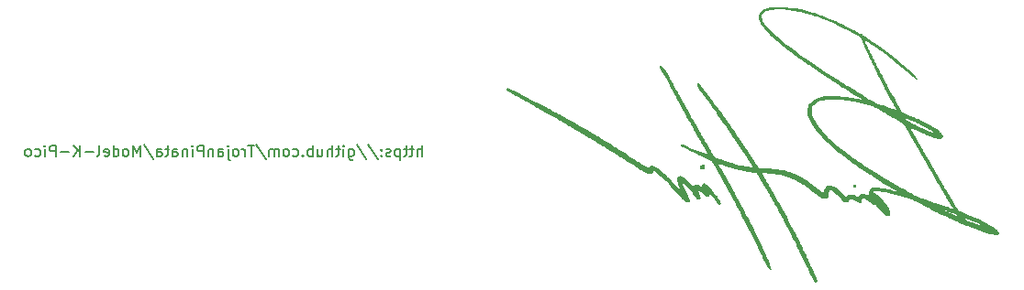
<source format=gbr>
%TF.GenerationSoftware,KiCad,Pcbnew,(6.0.1)*%
%TF.CreationDate,2022-07-13T18:13:40-04:00*%
%TF.ProjectId,Model K Pico-0.2,4d6f6465-6c20-44b2-9050-69636f2d302e,rev?*%
%TF.SameCoordinates,Original*%
%TF.FileFunction,Legend,Bot*%
%TF.FilePolarity,Positive*%
%FSLAX46Y46*%
G04 Gerber Fmt 4.6, Leading zero omitted, Abs format (unit mm)*
G04 Created by KiCad (PCBNEW (6.0.1)) date 2022-07-13 18:13:40*
%MOMM*%
%LPD*%
G01*
G04 APERTURE LIST*
%ADD10C,0.150000*%
G04 APERTURE END LIST*
D10*
X291390714Y-47137380D02*
X291390714Y-46137380D01*
X290962142Y-47137380D02*
X290962142Y-46613571D01*
X291009761Y-46518333D01*
X291105000Y-46470714D01*
X291247857Y-46470714D01*
X291343095Y-46518333D01*
X291390714Y-46565952D01*
X290628809Y-46470714D02*
X290247857Y-46470714D01*
X290485952Y-46137380D02*
X290485952Y-46994523D01*
X290438333Y-47089761D01*
X290343095Y-47137380D01*
X290247857Y-47137380D01*
X290057380Y-46470714D02*
X289676428Y-46470714D01*
X289914523Y-46137380D02*
X289914523Y-46994523D01*
X289866904Y-47089761D01*
X289771666Y-47137380D01*
X289676428Y-47137380D01*
X289343095Y-46470714D02*
X289343095Y-47470714D01*
X289343095Y-46518333D02*
X289247857Y-46470714D01*
X289057380Y-46470714D01*
X288962142Y-46518333D01*
X288914523Y-46565952D01*
X288866904Y-46661190D01*
X288866904Y-46946904D01*
X288914523Y-47042142D01*
X288962142Y-47089761D01*
X289057380Y-47137380D01*
X289247857Y-47137380D01*
X289343095Y-47089761D01*
X288485952Y-47089761D02*
X288390714Y-47137380D01*
X288200238Y-47137380D01*
X288105000Y-47089761D01*
X288057380Y-46994523D01*
X288057380Y-46946904D01*
X288105000Y-46851666D01*
X288200238Y-46804047D01*
X288343095Y-46804047D01*
X288438333Y-46756428D01*
X288485952Y-46661190D01*
X288485952Y-46613571D01*
X288438333Y-46518333D01*
X288343095Y-46470714D01*
X288200238Y-46470714D01*
X288105000Y-46518333D01*
X287628809Y-47042142D02*
X287581190Y-47089761D01*
X287628809Y-47137380D01*
X287676428Y-47089761D01*
X287628809Y-47042142D01*
X287628809Y-47137380D01*
X287628809Y-46518333D02*
X287581190Y-46565952D01*
X287628809Y-46613571D01*
X287676428Y-46565952D01*
X287628809Y-46518333D01*
X287628809Y-46613571D01*
X286438333Y-46089761D02*
X287295476Y-47375476D01*
X285390714Y-46089761D02*
X286247857Y-47375476D01*
X284628809Y-46470714D02*
X284628809Y-47280238D01*
X284676428Y-47375476D01*
X284724047Y-47423095D01*
X284819285Y-47470714D01*
X284962142Y-47470714D01*
X285057380Y-47423095D01*
X284628809Y-47089761D02*
X284724047Y-47137380D01*
X284914523Y-47137380D01*
X285009761Y-47089761D01*
X285057380Y-47042142D01*
X285105000Y-46946904D01*
X285105000Y-46661190D01*
X285057380Y-46565952D01*
X285009761Y-46518333D01*
X284914523Y-46470714D01*
X284724047Y-46470714D01*
X284628809Y-46518333D01*
X284152619Y-47137380D02*
X284152619Y-46470714D01*
X284152619Y-46137380D02*
X284200238Y-46185000D01*
X284152619Y-46232619D01*
X284105000Y-46185000D01*
X284152619Y-46137380D01*
X284152619Y-46232619D01*
X283819285Y-46470714D02*
X283438333Y-46470714D01*
X283676428Y-46137380D02*
X283676428Y-46994523D01*
X283628809Y-47089761D01*
X283533571Y-47137380D01*
X283438333Y-47137380D01*
X283105000Y-47137380D02*
X283105000Y-46137380D01*
X282676428Y-47137380D02*
X282676428Y-46613571D01*
X282724047Y-46518333D01*
X282819285Y-46470714D01*
X282962142Y-46470714D01*
X283057380Y-46518333D01*
X283105000Y-46565952D01*
X281771666Y-46470714D02*
X281771666Y-47137380D01*
X282200238Y-46470714D02*
X282200238Y-46994523D01*
X282152619Y-47089761D01*
X282057380Y-47137380D01*
X281914523Y-47137380D01*
X281819285Y-47089761D01*
X281771666Y-47042142D01*
X281295476Y-47137380D02*
X281295476Y-46137380D01*
X281295476Y-46518333D02*
X281200238Y-46470714D01*
X281009761Y-46470714D01*
X280914523Y-46518333D01*
X280866904Y-46565952D01*
X280819285Y-46661190D01*
X280819285Y-46946904D01*
X280866904Y-47042142D01*
X280914523Y-47089761D01*
X281009761Y-47137380D01*
X281200238Y-47137380D01*
X281295476Y-47089761D01*
X280390714Y-47042142D02*
X280343095Y-47089761D01*
X280390714Y-47137380D01*
X280438333Y-47089761D01*
X280390714Y-47042142D01*
X280390714Y-47137380D01*
X279485952Y-47089761D02*
X279581190Y-47137380D01*
X279771666Y-47137380D01*
X279866904Y-47089761D01*
X279914523Y-47042142D01*
X279962142Y-46946904D01*
X279962142Y-46661190D01*
X279914523Y-46565952D01*
X279866904Y-46518333D01*
X279771666Y-46470714D01*
X279581190Y-46470714D01*
X279485952Y-46518333D01*
X278914523Y-47137380D02*
X279009761Y-47089761D01*
X279057380Y-47042142D01*
X279105000Y-46946904D01*
X279105000Y-46661190D01*
X279057380Y-46565952D01*
X279009761Y-46518333D01*
X278914523Y-46470714D01*
X278771666Y-46470714D01*
X278676428Y-46518333D01*
X278628809Y-46565952D01*
X278581190Y-46661190D01*
X278581190Y-46946904D01*
X278628809Y-47042142D01*
X278676428Y-47089761D01*
X278771666Y-47137380D01*
X278914523Y-47137380D01*
X278152619Y-47137380D02*
X278152619Y-46470714D01*
X278152619Y-46565952D02*
X278105000Y-46518333D01*
X278009761Y-46470714D01*
X277866904Y-46470714D01*
X277771666Y-46518333D01*
X277724047Y-46613571D01*
X277724047Y-47137380D01*
X277724047Y-46613571D02*
X277676428Y-46518333D01*
X277581190Y-46470714D01*
X277438333Y-46470714D01*
X277343095Y-46518333D01*
X277295476Y-46613571D01*
X277295476Y-47137380D01*
X276105000Y-46089761D02*
X276962142Y-47375476D01*
X275914523Y-46137380D02*
X275343095Y-46137380D01*
X275628809Y-47137380D02*
X275628809Y-46137380D01*
X275009761Y-47137380D02*
X275009761Y-46470714D01*
X275009761Y-46661190D02*
X274962142Y-46565952D01*
X274914523Y-46518333D01*
X274819285Y-46470714D01*
X274724047Y-46470714D01*
X274247857Y-47137380D02*
X274343095Y-47089761D01*
X274390714Y-47042142D01*
X274438333Y-46946904D01*
X274438333Y-46661190D01*
X274390714Y-46565952D01*
X274343095Y-46518333D01*
X274247857Y-46470714D01*
X274105000Y-46470714D01*
X274009761Y-46518333D01*
X273962142Y-46565952D01*
X273914523Y-46661190D01*
X273914523Y-46946904D01*
X273962142Y-47042142D01*
X274009761Y-47089761D01*
X274105000Y-47137380D01*
X274247857Y-47137380D01*
X273485952Y-46470714D02*
X273485952Y-47327857D01*
X273533571Y-47423095D01*
X273628809Y-47470714D01*
X273676428Y-47470714D01*
X273485952Y-46137380D02*
X273533571Y-46185000D01*
X273485952Y-46232619D01*
X273438333Y-46185000D01*
X273485952Y-46137380D01*
X273485952Y-46232619D01*
X272581190Y-47137380D02*
X272581190Y-46613571D01*
X272628809Y-46518333D01*
X272724047Y-46470714D01*
X272914523Y-46470714D01*
X273009761Y-46518333D01*
X272581190Y-47089761D02*
X272676428Y-47137380D01*
X272914523Y-47137380D01*
X273009761Y-47089761D01*
X273057380Y-46994523D01*
X273057380Y-46899285D01*
X273009761Y-46804047D01*
X272914523Y-46756428D01*
X272676428Y-46756428D01*
X272581190Y-46708809D01*
X272105000Y-46470714D02*
X272105000Y-47137380D01*
X272105000Y-46565952D02*
X272057380Y-46518333D01*
X271962142Y-46470714D01*
X271819285Y-46470714D01*
X271724047Y-46518333D01*
X271676428Y-46613571D01*
X271676428Y-47137380D01*
X271200238Y-47137380D02*
X271200238Y-46137380D01*
X270819285Y-46137380D01*
X270724047Y-46185000D01*
X270676428Y-46232619D01*
X270628809Y-46327857D01*
X270628809Y-46470714D01*
X270676428Y-46565952D01*
X270724047Y-46613571D01*
X270819285Y-46661190D01*
X271200238Y-46661190D01*
X270200238Y-47137380D02*
X270200238Y-46470714D01*
X270200238Y-46137380D02*
X270247857Y-46185000D01*
X270200238Y-46232619D01*
X270152619Y-46185000D01*
X270200238Y-46137380D01*
X270200238Y-46232619D01*
X269724047Y-46470714D02*
X269724047Y-47137380D01*
X269724047Y-46565952D02*
X269676428Y-46518333D01*
X269581190Y-46470714D01*
X269438333Y-46470714D01*
X269343095Y-46518333D01*
X269295476Y-46613571D01*
X269295476Y-47137380D01*
X268390714Y-47137380D02*
X268390714Y-46613571D01*
X268438333Y-46518333D01*
X268533571Y-46470714D01*
X268724047Y-46470714D01*
X268819285Y-46518333D01*
X268390714Y-47089761D02*
X268485952Y-47137380D01*
X268724047Y-47137380D01*
X268819285Y-47089761D01*
X268866904Y-46994523D01*
X268866904Y-46899285D01*
X268819285Y-46804047D01*
X268724047Y-46756428D01*
X268485952Y-46756428D01*
X268390714Y-46708809D01*
X268057380Y-46470714D02*
X267676428Y-46470714D01*
X267914523Y-46137380D02*
X267914523Y-46994523D01*
X267866904Y-47089761D01*
X267771666Y-47137380D01*
X267676428Y-47137380D01*
X266914523Y-47137380D02*
X266914523Y-46613571D01*
X266962142Y-46518333D01*
X267057380Y-46470714D01*
X267247857Y-46470714D01*
X267343095Y-46518333D01*
X266914523Y-47089761D02*
X267009761Y-47137380D01*
X267247857Y-47137380D01*
X267343095Y-47089761D01*
X267390714Y-46994523D01*
X267390714Y-46899285D01*
X267343095Y-46804047D01*
X267247857Y-46756428D01*
X267009761Y-46756428D01*
X266914523Y-46708809D01*
X265724047Y-46089761D02*
X266581190Y-47375476D01*
X265390714Y-47137380D02*
X265390714Y-46137380D01*
X265057380Y-46851666D01*
X264724047Y-46137380D01*
X264724047Y-47137380D01*
X264105000Y-47137380D02*
X264200238Y-47089761D01*
X264247857Y-47042142D01*
X264295476Y-46946904D01*
X264295476Y-46661190D01*
X264247857Y-46565952D01*
X264200238Y-46518333D01*
X264105000Y-46470714D01*
X263962142Y-46470714D01*
X263866904Y-46518333D01*
X263819285Y-46565952D01*
X263771666Y-46661190D01*
X263771666Y-46946904D01*
X263819285Y-47042142D01*
X263866904Y-47089761D01*
X263962142Y-47137380D01*
X264105000Y-47137380D01*
X262914523Y-47137380D02*
X262914523Y-46137380D01*
X262914523Y-47089761D02*
X263009761Y-47137380D01*
X263200238Y-47137380D01*
X263295476Y-47089761D01*
X263343095Y-47042142D01*
X263390714Y-46946904D01*
X263390714Y-46661190D01*
X263343095Y-46565952D01*
X263295476Y-46518333D01*
X263200238Y-46470714D01*
X263009761Y-46470714D01*
X262914523Y-46518333D01*
X262057380Y-47089761D02*
X262152619Y-47137380D01*
X262343095Y-47137380D01*
X262438333Y-47089761D01*
X262485952Y-46994523D01*
X262485952Y-46613571D01*
X262438333Y-46518333D01*
X262343095Y-46470714D01*
X262152619Y-46470714D01*
X262057380Y-46518333D01*
X262009761Y-46613571D01*
X262009761Y-46708809D01*
X262485952Y-46804047D01*
X261438333Y-47137380D02*
X261533571Y-47089761D01*
X261581190Y-46994523D01*
X261581190Y-46137380D01*
X261057380Y-46756428D02*
X260295476Y-46756428D01*
X259819285Y-47137380D02*
X259819285Y-46137380D01*
X259247857Y-47137380D02*
X259676428Y-46565952D01*
X259247857Y-46137380D02*
X259819285Y-46708809D01*
X258819285Y-46756428D02*
X258057380Y-46756428D01*
X257581190Y-47137380D02*
X257581190Y-46137380D01*
X257200238Y-46137380D01*
X257105000Y-46185000D01*
X257057380Y-46232619D01*
X257009761Y-46327857D01*
X257009761Y-46470714D01*
X257057380Y-46565952D01*
X257105000Y-46613571D01*
X257200238Y-46661190D01*
X257581190Y-46661190D01*
X256581190Y-47137380D02*
X256581190Y-46470714D01*
X256581190Y-46137380D02*
X256628809Y-46185000D01*
X256581190Y-46232619D01*
X256533571Y-46185000D01*
X256581190Y-46137380D01*
X256581190Y-46232619D01*
X255676428Y-47089761D02*
X255771666Y-47137380D01*
X255962142Y-47137380D01*
X256057380Y-47089761D01*
X256105000Y-47042142D01*
X256152619Y-46946904D01*
X256152619Y-46661190D01*
X256105000Y-46565952D01*
X256057380Y-46518333D01*
X255962142Y-46470714D01*
X255771666Y-46470714D01*
X255676428Y-46518333D01*
X255105000Y-47137380D02*
X255200238Y-47089761D01*
X255247857Y-47042142D01*
X255295476Y-46946904D01*
X255295476Y-46661190D01*
X255247857Y-46565952D01*
X255200238Y-46518333D01*
X255105000Y-46470714D01*
X254962142Y-46470714D01*
X254866904Y-46518333D01*
X254819285Y-46565952D01*
X254771666Y-46661190D01*
X254771666Y-46946904D01*
X254819285Y-47042142D01*
X254866904Y-47089761D01*
X254962142Y-47137380D01*
X255105000Y-47137380D01*
%TO.C,G\u002A\u002A\u002A*%
G36*
X317441851Y-47955392D02*
G01*
X317486210Y-47981456D01*
X317502952Y-48041650D01*
X317505240Y-48130079D01*
X317473755Y-48235213D01*
X317398717Y-48304761D01*
X317333150Y-48330886D01*
X317227482Y-48347239D01*
X317128915Y-48338468D01*
X317060073Y-48304584D01*
X317035988Y-48273883D01*
X317016653Y-48187098D01*
X317048216Y-48075640D01*
X317077891Y-48035430D01*
X317161695Y-47983451D01*
X317275083Y-47952754D01*
X317401180Y-47949374D01*
X317441851Y-47955392D01*
G37*
G36*
X335810457Y-43124085D02*
G01*
X335864725Y-43141004D01*
X335936063Y-43167101D01*
X335970114Y-43185193D01*
X335976676Y-43190535D01*
X335988359Y-43196147D01*
X336025224Y-43213856D01*
X336100743Y-43241366D01*
X336121280Y-43248271D01*
X336209611Y-43282688D01*
X336274914Y-43314909D01*
X336286309Y-43321458D01*
X336359991Y-43355138D01*
X336449085Y-43387480D01*
X336469404Y-43394146D01*
X336557853Y-43428020D01*
X336623257Y-43460052D01*
X336634652Y-43466601D01*
X336673626Y-43484416D01*
X336708334Y-43500281D01*
X336797428Y-43532623D01*
X336817747Y-43539289D01*
X336906195Y-43573162D01*
X336971600Y-43605195D01*
X336977134Y-43608493D01*
X337048456Y-43642411D01*
X337135246Y-43674537D01*
X337154708Y-43681391D01*
X337241079Y-43718695D01*
X337352234Y-43773203D01*
X337469074Y-43835696D01*
X337490988Y-43847909D01*
X337612302Y-43914514D01*
X337763903Y-43996598D01*
X337928600Y-44084890D01*
X338089200Y-44170117D01*
X338286193Y-44275229D01*
X338521686Y-44405681D01*
X338717642Y-44521520D01*
X338881959Y-44627938D01*
X339022533Y-44730127D01*
X339147261Y-44833280D01*
X339264042Y-44942589D01*
X339310008Y-44989821D01*
X339340184Y-45027739D01*
X339416457Y-45123579D01*
X339469867Y-45240487D01*
X339471394Y-45342782D01*
X339440596Y-45402126D01*
X339360764Y-45469724D01*
X339251012Y-45516777D01*
X339127243Y-45534429D01*
X339064575Y-45527350D01*
X338953919Y-45504385D01*
X338815060Y-45469502D01*
X338662087Y-45426821D01*
X338509087Y-45380462D01*
X338370147Y-45334547D01*
X338259355Y-45293195D01*
X338190800Y-45260527D01*
X338180331Y-45254350D01*
X338107132Y-45219794D01*
X338018616Y-45186497D01*
X337975633Y-45170412D01*
X337877070Y-45128016D01*
X337755088Y-45071351D01*
X337626730Y-45008174D01*
X337535733Y-44962737D01*
X337432765Y-44913315D01*
X337357497Y-44879570D01*
X337321851Y-44867022D01*
X337310180Y-44864924D01*
X337254153Y-44845360D01*
X337176708Y-44811957D01*
X337110835Y-44781482D01*
X336998269Y-44729668D01*
X336884514Y-44677534D01*
X336798477Y-44636355D01*
X336702914Y-44586410D01*
X336637771Y-44547472D01*
X336572960Y-44508883D01*
X336498279Y-44476228D01*
X336472249Y-44469405D01*
X336455727Y-44474173D01*
X336459934Y-44502733D01*
X336486802Y-44564368D01*
X336538263Y-44668362D01*
X336553927Y-44699263D01*
X336604352Y-44794690D01*
X336644457Y-44864658D01*
X336666691Y-44895800D01*
X336685219Y-44919841D01*
X336722775Y-44983433D01*
X336768400Y-45069971D01*
X336807109Y-45143939D01*
X336846574Y-45212222D01*
X336870143Y-45244143D01*
X336879297Y-45255385D01*
X336911970Y-45309632D01*
X336959522Y-45397061D01*
X337015143Y-45505400D01*
X337046288Y-45566768D01*
X337098320Y-45665139D01*
X337138541Y-45735859D01*
X337160142Y-45766657D01*
X337178685Y-45790698D01*
X337216255Y-45854290D01*
X337261886Y-45940829D01*
X337300575Y-46014806D01*
X337339951Y-46083083D01*
X337363393Y-46115000D01*
X337374789Y-46128035D01*
X337408620Y-46182061D01*
X337450571Y-46260143D01*
X337474576Y-46306024D01*
X337513368Y-46372782D01*
X337537960Y-46405286D01*
X337539203Y-46406382D01*
X337562422Y-46442182D01*
X337604926Y-46518464D01*
X337661097Y-46624864D01*
X337725318Y-46751017D01*
X337730788Y-46761920D01*
X337796866Y-46890318D01*
X337856705Y-47000995D01*
X337903917Y-47082456D01*
X337932115Y-47123205D01*
X337954717Y-47149964D01*
X337973085Y-47189057D01*
X337979682Y-47209234D01*
X338013507Y-47254360D01*
X338038382Y-47286739D01*
X338083970Y-47360684D01*
X338133428Y-47452376D01*
X338171272Y-47524405D01*
X338210799Y-47592551D01*
X338234451Y-47624486D01*
X338239311Y-47629627D01*
X338268171Y-47675070D01*
X338312532Y-47755167D01*
X338364971Y-47856714D01*
X338382724Y-47891808D01*
X338433298Y-47987730D01*
X338473329Y-48057843D01*
X338495399Y-48088943D01*
X338506830Y-48101975D01*
X338540713Y-48156001D01*
X338582685Y-48234086D01*
X338606688Y-48279970D01*
X338645454Y-48346727D01*
X338670007Y-48379229D01*
X338679139Y-48390473D01*
X338711777Y-48444721D01*
X338759303Y-48532148D01*
X338814914Y-48640486D01*
X338846060Y-48701848D01*
X338898114Y-48800222D01*
X338938373Y-48870944D01*
X338960022Y-48901743D01*
X338964903Y-48906882D01*
X338993824Y-48952323D01*
X339038229Y-49032421D01*
X339090685Y-49133971D01*
X339108441Y-49169075D01*
X339158986Y-49264993D01*
X339198962Y-49335102D01*
X339220962Y-49366200D01*
X339225636Y-49370473D01*
X339255662Y-49413562D01*
X339293885Y-49482314D01*
X339303532Y-49500852D01*
X339340886Y-49565156D01*
X339366608Y-49598429D01*
X339377924Y-49611470D01*
X339411640Y-49665495D01*
X339453543Y-49743571D01*
X339477542Y-49789460D01*
X339516278Y-49856214D01*
X339540784Y-49888714D01*
X339541989Y-49889692D01*
X339566664Y-49925402D01*
X339607651Y-49997604D01*
X339656743Y-50091914D01*
X339661566Y-50101501D01*
X339710237Y-50194317D01*
X339750018Y-50263650D01*
X339772702Y-50295114D01*
X339784118Y-50308148D01*
X339817979Y-50362173D01*
X339859943Y-50440257D01*
X339883937Y-50486154D01*
X339922614Y-50552902D01*
X339947028Y-50585400D01*
X339958394Y-50598437D01*
X339992181Y-50652463D01*
X340034114Y-50730543D01*
X340058109Y-50776440D01*
X340096786Y-50843188D01*
X340121200Y-50875686D01*
X340132566Y-50888723D01*
X340166353Y-50942748D01*
X340208285Y-51020829D01*
X340232283Y-51066720D01*
X340270995Y-51133472D01*
X340295464Y-51165971D01*
X340313452Y-51189216D01*
X340350788Y-51252156D01*
X340396286Y-51338081D01*
X340434072Y-51409170D01*
X340481633Y-51489033D01*
X340516207Y-51536097D01*
X340538269Y-51562220D01*
X340556628Y-51601400D01*
X340563225Y-51621577D01*
X340597050Y-51666703D01*
X340621925Y-51699082D01*
X340667513Y-51773027D01*
X340716971Y-51864719D01*
X340754787Y-51936764D01*
X340794180Y-52004899D01*
X340798411Y-52010657D01*
X340817642Y-52036829D01*
X340820730Y-52039444D01*
X340849825Y-52079600D01*
X340866653Y-52109400D01*
X340887259Y-52145892D01*
X340893879Y-52158666D01*
X340929465Y-52212502D01*
X340972680Y-52229890D01*
X341047984Y-52222488D01*
X341114080Y-52215131D01*
X341157246Y-52225300D01*
X341178310Y-52261394D01*
X341180360Y-52266795D01*
X341228366Y-52315300D01*
X341319178Y-52354913D01*
X341345223Y-52363335D01*
X341456913Y-52408422D01*
X341561671Y-52461533D01*
X341583890Y-52473729D01*
X341680926Y-52519198D01*
X341805157Y-52570027D01*
X341935269Y-52617327D01*
X341991454Y-52636676D01*
X342099558Y-52676063D01*
X342181199Y-52708728D01*
X342203187Y-52719690D01*
X342221998Y-52729068D01*
X342231250Y-52735198D01*
X342289931Y-52762618D01*
X342370914Y-52791874D01*
X342387956Y-52797847D01*
X342466548Y-52830440D01*
X342578849Y-52881198D01*
X342714056Y-52944810D01*
X342861368Y-53015960D01*
X343009982Y-53089335D01*
X343149097Y-53159621D01*
X343267911Y-53221506D01*
X343355622Y-53269673D01*
X343401428Y-53298811D01*
X343427875Y-53316668D01*
X343500279Y-53358707D01*
X343602252Y-53414167D01*
X343720743Y-53475814D01*
X343809720Y-53522087D01*
X343908574Y-53576202D01*
X343977799Y-53617425D01*
X344006190Y-53639335D01*
X344012456Y-53647206D01*
X344013602Y-53648645D01*
X344056990Y-53662429D01*
X344074780Y-53665303D01*
X344085165Y-53676943D01*
X344098114Y-53691457D01*
X344099362Y-53699590D01*
X344108464Y-53705971D01*
X344129170Y-53720486D01*
X344132984Y-53720925D01*
X344164401Y-53735000D01*
X344179497Y-53741763D01*
X344252997Y-53786035D01*
X344337387Y-53842965D01*
X344416573Y-53901776D01*
X344474461Y-53951690D01*
X344503458Y-53982433D01*
X344584460Y-54099494D01*
X344620069Y-54211409D01*
X344610571Y-54310067D01*
X344556251Y-54387360D01*
X344457396Y-54435177D01*
X344368032Y-54443349D01*
X344219221Y-54429710D01*
X344025235Y-54392213D01*
X343789781Y-54331822D01*
X343516562Y-54249500D01*
X343209286Y-54146210D01*
X342871657Y-54022916D01*
X342859700Y-54018395D01*
X342752852Y-53978104D01*
X342646685Y-53938200D01*
X342597770Y-53919846D01*
X342457594Y-53866995D01*
X342354013Y-53827285D01*
X342273161Y-53795255D01*
X342201169Y-53765441D01*
X342130271Y-53735000D01*
X343372400Y-53735000D01*
X343386914Y-53749514D01*
X343401428Y-53735000D01*
X343386914Y-53720486D01*
X343372400Y-53735000D01*
X342130271Y-53735000D01*
X342124171Y-53732381D01*
X342059984Y-53706349D01*
X342058906Y-53705971D01*
X343314343Y-53705971D01*
X343328857Y-53720486D01*
X343343371Y-53705971D01*
X343328857Y-53691457D01*
X343314343Y-53705971D01*
X342058906Y-53705971D01*
X341976126Y-53676943D01*
X343256285Y-53676943D01*
X343270800Y-53691457D01*
X343285314Y-53676943D01*
X343270800Y-53662429D01*
X343256285Y-53676943D01*
X341976126Y-53676943D01*
X341932498Y-53661644D01*
X341819371Y-53629497D01*
X341772926Y-53617793D01*
X341671657Y-53586785D01*
X341595841Y-53556589D01*
X341526507Y-53530457D01*
X341449850Y-53517286D01*
X341399432Y-53504957D01*
X341340400Y-53459229D01*
X341305722Y-53422593D01*
X341261900Y-53401171D01*
X341258912Y-53401044D01*
X341234637Y-53395514D01*
X341192011Y-53379979D01*
X341125373Y-53351912D01*
X341029059Y-53308789D01*
X340897408Y-53248085D01*
X340724757Y-53167275D01*
X340505444Y-53063833D01*
X340425454Y-53026666D01*
X340320918Y-52980264D01*
X340243315Y-52948495D01*
X340205295Y-52936714D01*
X340171711Y-52925158D01*
X340091030Y-52889740D01*
X340031751Y-52862201D01*
X341463294Y-52862201D01*
X341465998Y-52887566D01*
X341487155Y-52943175D01*
X341495270Y-52956741D01*
X341555039Y-53012077D01*
X341652937Y-53073922D01*
X341775132Y-53135135D01*
X341907792Y-53188575D01*
X342037085Y-53227101D01*
X342094424Y-53242576D01*
X342212522Y-53281561D01*
X342327371Y-53326414D01*
X342392663Y-53354124D01*
X342511038Y-53402743D01*
X342610400Y-53441759D01*
X342628400Y-53448543D01*
X342745057Y-53492502D01*
X342857143Y-53534730D01*
X342880766Y-53543705D01*
X342985393Y-53584718D01*
X343075842Y-53621816D01*
X343142776Y-53647858D01*
X343197472Y-53660616D01*
X343206226Y-53647206D01*
X343165857Y-53608110D01*
X343152904Y-53598785D01*
X343081155Y-53555394D01*
X342972499Y-53495932D01*
X342839082Y-53426446D01*
X342693053Y-53352980D01*
X342546559Y-53281582D01*
X342411749Y-53218296D01*
X342300771Y-53169168D01*
X342225771Y-53140245D01*
X342208087Y-53134455D01*
X342113304Y-53098816D01*
X342037085Y-53063697D01*
X342031107Y-53060546D01*
X341968498Y-53032681D01*
X341876531Y-52996516D01*
X341769121Y-52956937D01*
X341660179Y-52918831D01*
X341563618Y-52887082D01*
X341493352Y-52866577D01*
X341463294Y-52862201D01*
X340031751Y-52862201D01*
X339969132Y-52833110D01*
X339811383Y-52757949D01*
X339623153Y-52666942D01*
X339409806Y-52562769D01*
X339176712Y-52448115D01*
X338929238Y-52325662D01*
X338672750Y-52198092D01*
X338544579Y-52134038D01*
X339607914Y-52134038D01*
X339612448Y-52139226D01*
X339655619Y-52165255D01*
X339735235Y-52207902D01*
X339840600Y-52261911D01*
X339961018Y-52322028D01*
X340085793Y-52382998D01*
X340204228Y-52439567D01*
X340305628Y-52486479D01*
X340379296Y-52518480D01*
X340414537Y-52530314D01*
X340418423Y-52530851D01*
X340464503Y-52547761D01*
X340544487Y-52583615D01*
X340643714Y-52631914D01*
X340735570Y-52677587D01*
X340818263Y-52716049D01*
X340858870Y-52729578D01*
X340862552Y-52719690D01*
X340834473Y-52687898D01*
X340807424Y-52655361D01*
X340788857Y-52614295D01*
X340779566Y-52598569D01*
X340720421Y-52560361D01*
X340608605Y-52509091D01*
X340446347Y-52445737D01*
X340235877Y-52371281D01*
X340160384Y-52345094D01*
X340044184Y-52302920D01*
X339953063Y-52267535D01*
X339902049Y-52244642D01*
X339865354Y-52225397D01*
X339786195Y-52189745D01*
X339704697Y-52158045D01*
X339639167Y-52137182D01*
X339607914Y-52134038D01*
X338544579Y-52134038D01*
X338495279Y-52109400D01*
X339540628Y-52109400D01*
X339555143Y-52123914D01*
X339569657Y-52109400D01*
X339555143Y-52094886D01*
X339540628Y-52109400D01*
X338495279Y-52109400D01*
X338412616Y-52068089D01*
X338154203Y-51938334D01*
X337902879Y-51811510D01*
X337664011Y-51690301D01*
X337442966Y-51577389D01*
X337245111Y-51475456D01*
X337075815Y-51387185D01*
X336940444Y-51315259D01*
X336844365Y-51262361D01*
X336792946Y-51231172D01*
X336733460Y-51197320D01*
X336632936Y-51152939D01*
X336521591Y-51113062D01*
X336338742Y-51055980D01*
X336118319Y-50988362D01*
X335946906Y-50937541D01*
X335820943Y-50902499D01*
X335736875Y-50882220D01*
X335691144Y-50875686D01*
X335645202Y-50867222D01*
X335576519Y-50833066D01*
X335531244Y-50807583D01*
X335460028Y-50789523D01*
X335440396Y-50787944D01*
X335363017Y-50773202D01*
X335271342Y-50748207D01*
X335211254Y-50730702D01*
X335089923Y-50699553D01*
X334968628Y-50672332D01*
X334895045Y-50656551D01*
X334768688Y-50626778D01*
X334663828Y-50599115D01*
X334632297Y-50590210D01*
X334529605Y-50563308D01*
X334446114Y-50544156D01*
X334196702Y-50495717D01*
X333889575Y-50439456D01*
X333633961Y-50397456D01*
X333427119Y-50369501D01*
X333266312Y-50355376D01*
X333148800Y-50354866D01*
X333071845Y-50367757D01*
X333032709Y-50393833D01*
X333028652Y-50432879D01*
X333048960Y-50465125D01*
X333105610Y-50521071D01*
X333178948Y-50579253D01*
X333250020Y-50624953D01*
X333299873Y-50643457D01*
X333306419Y-50644175D01*
X333328514Y-50670529D01*
X333340331Y-50690428D01*
X333387990Y-50716479D01*
X333436052Y-50741862D01*
X333519820Y-50806332D01*
X333622709Y-50899284D01*
X333736981Y-51012251D01*
X333854899Y-51136764D01*
X333968728Y-51264359D01*
X334070729Y-51386567D01*
X334153166Y-51494921D01*
X334201590Y-51570481D01*
X334208302Y-51580955D01*
X334228400Y-51636200D01*
X334233270Y-51646856D01*
X334271943Y-51659457D01*
X334292196Y-51664207D01*
X334315485Y-51700581D01*
X334317339Y-51717963D01*
X334337257Y-51751381D01*
X334351677Y-51764358D01*
X334390194Y-51821220D01*
X334448906Y-51925000D01*
X334529593Y-52078728D01*
X334563959Y-52163429D01*
X334592322Y-52283924D01*
X334602683Y-52403111D01*
X334593794Y-52503482D01*
X334564409Y-52567530D01*
X334541569Y-52585677D01*
X334453396Y-52623594D01*
X334346686Y-52642437D01*
X334249359Y-52636126D01*
X334206583Y-52616077D01*
X334131518Y-52564185D01*
X334050160Y-52495045D01*
X333987816Y-52436821D01*
X333913244Y-52367725D01*
X333862477Y-52321340D01*
X333817428Y-52276805D01*
X333739415Y-52194336D01*
X333637171Y-52083111D01*
X333517814Y-51950880D01*
X333388460Y-51805388D01*
X333361888Y-51774247D01*
X333317163Y-51715502D01*
X333299485Y-51682016D01*
X333291695Y-51674522D01*
X333242004Y-51663454D01*
X333161600Y-51658825D01*
X333119087Y-51657864D01*
X333057661Y-51648973D01*
X333002547Y-51623721D01*
X332938128Y-51573705D01*
X332876372Y-51516204D01*
X333683974Y-51516204D01*
X333691371Y-51543343D01*
X333697335Y-51551936D01*
X333723826Y-51572371D01*
X333727797Y-51570481D01*
X333720400Y-51543343D01*
X333714436Y-51534750D01*
X333687945Y-51514314D01*
X333683974Y-51516204D01*
X332876372Y-51516204D01*
X332848792Y-51490524D01*
X332841101Y-51483190D01*
X332734812Y-51387331D01*
X332623295Y-51294755D01*
X332529477Y-51224558D01*
X332464110Y-51179224D01*
X332400724Y-51133156D01*
X332370571Y-51108340D01*
X332369493Y-51107100D01*
X332325667Y-51080586D01*
X332249371Y-51049812D01*
X332161999Y-51021705D01*
X332084948Y-51003190D01*
X332039613Y-51001196D01*
X332025796Y-51013844D01*
X332002450Y-51076171D01*
X331987382Y-51177670D01*
X331976126Y-51257222D01*
X331931137Y-51375020D01*
X331857035Y-51443292D01*
X331755450Y-51461500D01*
X331628011Y-51429111D01*
X331476350Y-51345587D01*
X331431527Y-51315985D01*
X331260988Y-51211693D01*
X331117223Y-51137681D01*
X331005876Y-51096594D01*
X330932594Y-51091073D01*
X330924136Y-51093768D01*
X330862995Y-51142541D01*
X330804219Y-51236083D01*
X330797552Y-51249751D01*
X330743036Y-51346630D01*
X330688124Y-51400405D01*
X330615720Y-51421808D01*
X330508729Y-51421570D01*
X330354861Y-51412714D01*
X330122436Y-51136943D01*
X330095468Y-51105115D01*
X329892170Y-50876163D01*
X329698151Y-50676614D01*
X329517857Y-50510342D01*
X329355734Y-50381217D01*
X329216228Y-50293112D01*
X329103785Y-50249898D01*
X329069887Y-50244501D01*
X329017199Y-50253164D01*
X328982497Y-50299980D01*
X328961359Y-50354539D01*
X328929361Y-50473103D01*
X328898593Y-50625632D01*
X328872198Y-50797950D01*
X328864699Y-50840308D01*
X328836158Y-50931059D01*
X328800057Y-50991800D01*
X328757444Y-51022164D01*
X328654913Y-51055989D01*
X328530814Y-51067911D01*
X328404168Y-51058411D01*
X328293994Y-51027973D01*
X328219313Y-50977077D01*
X328194287Y-50954220D01*
X328143360Y-50933743D01*
X328126616Y-50931059D01*
X328103371Y-50904714D01*
X328099805Y-50892708D01*
X328063787Y-50875686D01*
X328062164Y-50875633D01*
X328014050Y-50855093D01*
X327954930Y-50808606D01*
X327944729Y-50798977D01*
X327868576Y-50734369D01*
X327784449Y-50671112D01*
X327765484Y-50657749D01*
X327689888Y-50601624D01*
X327634991Y-50556764D01*
X327601496Y-50526436D01*
X327501470Y-50439481D01*
X327410841Y-50368740D01*
X327305085Y-50294735D01*
X327239803Y-50249261D01*
X327169612Y-50196833D01*
X327130914Y-50163281D01*
X327122746Y-50154932D01*
X327071216Y-50112306D01*
X327000285Y-50061196D01*
X326978718Y-50046308D01*
X326911144Y-49995862D01*
X326869657Y-49959135D01*
X326839639Y-49931656D01*
X326764181Y-49875782D01*
X326665398Y-49810306D01*
X326559640Y-49745923D01*
X326463257Y-49693326D01*
X326317079Y-49617976D01*
X326108783Y-49501525D01*
X325941502Y-49395751D01*
X325900606Y-49369258D01*
X325810919Y-49320011D01*
X325739428Y-49291508D01*
X325707619Y-49281767D01*
X325619842Y-49247279D01*
X325524515Y-49202872D01*
X325474401Y-49178998D01*
X325393239Y-49146775D01*
X325340113Y-49134093D01*
X325314597Y-49130818D01*
X325274888Y-49107860D01*
X325256882Y-49095049D01*
X325194395Y-49070513D01*
X325106261Y-49046001D01*
X325046983Y-49030913D01*
X324967646Y-49006410D01*
X324924188Y-48987035D01*
X324920096Y-48984308D01*
X324865086Y-48963158D01*
X324766640Y-48935976D01*
X324636655Y-48905576D01*
X324487028Y-48874774D01*
X324329657Y-48846382D01*
X324258428Y-48834977D01*
X324086217Y-48810367D01*
X323896883Y-48786570D01*
X323698728Y-48764303D01*
X323500056Y-48744281D01*
X323309169Y-48727218D01*
X323134370Y-48713831D01*
X322983962Y-48704834D01*
X322866249Y-48700943D01*
X322789532Y-48702872D01*
X322762114Y-48711339D01*
X322773925Y-48737519D01*
X322810687Y-48799247D01*
X322863714Y-48880729D01*
X322910878Y-48953443D01*
X322950207Y-49020279D01*
X322965314Y-49054900D01*
X322977000Y-49083071D01*
X323013773Y-49146697D01*
X323066914Y-49229072D01*
X323114078Y-49301786D01*
X323153407Y-49368622D01*
X323168514Y-49403243D01*
X323180200Y-49431413D01*
X323216973Y-49495040D01*
X323270114Y-49577415D01*
X323317255Y-49650145D01*
X323356600Y-49717166D01*
X323371714Y-49752034D01*
X323371812Y-49753152D01*
X323389276Y-49790382D01*
X323430985Y-49859965D01*
X323488518Y-49947787D01*
X323489814Y-49949696D01*
X323550679Y-50042672D01*
X323598862Y-50122171D01*
X323624033Y-50171165D01*
X323632575Y-50190611D01*
X323669753Y-50258305D01*
X323720183Y-50338657D01*
X323739524Y-50368221D01*
X323797506Y-50462246D01*
X323842193Y-50541857D01*
X323860639Y-50577223D01*
X323909987Y-50669095D01*
X323963646Y-50766521D01*
X324021192Y-50869596D01*
X324115934Y-51039940D01*
X324193172Y-51179880D01*
X324260266Y-51302724D01*
X324287271Y-51351348D01*
X324341723Y-51444323D01*
X324385729Y-51513489D01*
X324432143Y-51586620D01*
X324480995Y-51673971D01*
X324502367Y-51714887D01*
X324552403Y-51807585D01*
X324607059Y-51906200D01*
X324629166Y-51946054D01*
X324678948Y-52038240D01*
X324744960Y-52162946D01*
X324828870Y-52323383D01*
X324932350Y-52522761D01*
X325057068Y-52764293D01*
X325204694Y-53051188D01*
X325376897Y-53386657D01*
X325462817Y-53554118D01*
X325578725Y-53779862D01*
X325697897Y-54011814D01*
X325810423Y-54230681D01*
X325906388Y-54417171D01*
X325965391Y-54531815D01*
X326078339Y-54751749D01*
X326169138Y-54929443D01*
X326240991Y-55071285D01*
X326297098Y-55183661D01*
X326340662Y-55272960D01*
X326374884Y-55345569D01*
X326402965Y-55407873D01*
X326407233Y-55417439D01*
X326441732Y-55491625D01*
X326496062Y-55605681D01*
X326565375Y-55749531D01*
X326644819Y-55913101D01*
X326729546Y-56086314D01*
X326755637Y-56139630D01*
X326833613Y-56301104D01*
X326900855Y-56443518D01*
X326953576Y-56558647D01*
X326987986Y-56638264D01*
X327000296Y-56674143D01*
X327001995Y-56687418D01*
X327024718Y-56710429D01*
X327042524Y-56731166D01*
X327070917Y-56794137D01*
X327101885Y-56884600D01*
X327129674Y-56966772D01*
X327158640Y-57033265D01*
X327179053Y-57058771D01*
X327185696Y-57059936D01*
X327203485Y-57089598D01*
X327211862Y-57122121D01*
X327239064Y-57194011D01*
X327278578Y-57285540D01*
X327355721Y-57455867D01*
X327445527Y-57655429D01*
X327537458Y-57860788D01*
X327624968Y-58057285D01*
X327701514Y-58230261D01*
X327760549Y-58365057D01*
X327778412Y-58405695D01*
X327816722Y-58489788D01*
X327844194Y-58546092D01*
X327866383Y-58613538D01*
X327866178Y-58700740D01*
X327836308Y-58765651D01*
X327831681Y-58769594D01*
X327774913Y-58791535D01*
X327694687Y-58800486D01*
X327630429Y-58796127D01*
X327583965Y-58770046D01*
X327550752Y-58706143D01*
X327536373Y-58670188D01*
X327478233Y-58534634D01*
X327421692Y-58416391D01*
X327372942Y-58327836D01*
X327338177Y-58281344D01*
X327316338Y-58253166D01*
X327269623Y-58170323D01*
X327204205Y-58038477D01*
X327121504Y-57860519D01*
X327022940Y-57639343D01*
X326995134Y-57576366D01*
X326926840Y-57427054D01*
X326878922Y-57331903D01*
X326851424Y-57291000D01*
X326837808Y-57267004D01*
X326811502Y-57200647D01*
X326780808Y-57109571D01*
X326754732Y-57033938D01*
X326726283Y-56968024D01*
X326707005Y-56942657D01*
X326706548Y-56942638D01*
X326685975Y-56916465D01*
X326666457Y-56855571D01*
X326666061Y-56853792D01*
X326645735Y-56793482D01*
X326623755Y-56768486D01*
X326601979Y-56746453D01*
X326580217Y-56688948D01*
X326560841Y-56631126D01*
X326538258Y-56594605D01*
X326520583Y-56567396D01*
X326482244Y-56496679D01*
X326428301Y-56392206D01*
X326363492Y-56263555D01*
X326292560Y-56120303D01*
X326220244Y-55972027D01*
X326151285Y-55828304D01*
X326090424Y-55698713D01*
X326042401Y-55592829D01*
X326020968Y-55545213D01*
X325961623Y-55419258D01*
X325903703Y-55302543D01*
X325816835Y-55133821D01*
X325619799Y-54750861D01*
X325420415Y-54363010D01*
X325228356Y-53989088D01*
X325053295Y-53647914D01*
X325025604Y-53593918D01*
X324868659Y-53288132D01*
X324727421Y-53013364D01*
X324603669Y-52773063D01*
X324499183Y-52570678D01*
X324415744Y-52409659D01*
X324355133Y-52293454D01*
X324319129Y-52225514D01*
X324316564Y-52220727D01*
X324284919Y-52151139D01*
X324271779Y-52102143D01*
X324269666Y-52088795D01*
X324242571Y-52065857D01*
X324229217Y-52060945D01*
X324213543Y-52022314D01*
X324210539Y-52002318D01*
X324186821Y-51978771D01*
X324186297Y-51978755D01*
X324162035Y-51952628D01*
X324140971Y-51891686D01*
X324140594Y-51889992D01*
X324119318Y-51829625D01*
X324095122Y-51804600D01*
X324082850Y-51799705D01*
X324068400Y-51761057D01*
X324065125Y-51741026D01*
X324039371Y-51717514D01*
X324026017Y-51712602D01*
X324010343Y-51673971D01*
X324007339Y-51653975D01*
X323983621Y-51630429D01*
X323983097Y-51630412D01*
X323958835Y-51604285D01*
X323937771Y-51543343D01*
X323937394Y-51541649D01*
X323916118Y-51481282D01*
X323891922Y-51456257D01*
X323879650Y-51451362D01*
X323865200Y-51412714D01*
X323862196Y-51392718D01*
X323838478Y-51369171D01*
X323837954Y-51369155D01*
X323813692Y-51343028D01*
X323792628Y-51282086D01*
X323792251Y-51280392D01*
X323770975Y-51220025D01*
X323746779Y-51195000D01*
X323734507Y-51190105D01*
X323720057Y-51151457D01*
X323717053Y-51131460D01*
X323693335Y-51107914D01*
X323692812Y-51107898D01*
X323668550Y-51081771D01*
X323647485Y-51020829D01*
X323647109Y-51019135D01*
X323625833Y-50958767D01*
X323601636Y-50933743D01*
X323589364Y-50928848D01*
X323574914Y-50890200D01*
X323571910Y-50870203D01*
X323548192Y-50846657D01*
X323547669Y-50846641D01*
X323523407Y-50820514D01*
X323502343Y-50759571D01*
X323501966Y-50757878D01*
X323480690Y-50697510D01*
X323456493Y-50672486D01*
X323444221Y-50667591D01*
X323429771Y-50628943D01*
X323426496Y-50608912D01*
X323400743Y-50585400D01*
X323387389Y-50580487D01*
X323371714Y-50541857D01*
X323368710Y-50521860D01*
X323344992Y-50498314D01*
X323344469Y-50498298D01*
X323320207Y-50472171D01*
X323299143Y-50411229D01*
X323298766Y-50409535D01*
X323277490Y-50349167D01*
X323253293Y-50324143D01*
X323241021Y-50319248D01*
X323226571Y-50280600D01*
X323223296Y-50260569D01*
X323197543Y-50237057D01*
X323184189Y-50232145D01*
X323168514Y-50193514D01*
X323165543Y-50173522D01*
X323142075Y-50149971D01*
X323130562Y-50143573D01*
X323095946Y-50099238D01*
X323055346Y-50026600D01*
X323034912Y-49986722D01*
X322972780Y-49876680D01*
X322907738Y-49772600D01*
X322873826Y-49720074D01*
X322835331Y-49654234D01*
X322820295Y-49619055D01*
X322808544Y-49591049D01*
X322771723Y-49527576D01*
X322718571Y-49445271D01*
X322671416Y-49372551D01*
X322632081Y-49305646D01*
X322616971Y-49270934D01*
X322613727Y-49261205D01*
X322586001Y-49210611D01*
X322536053Y-49130009D01*
X322471324Y-49031624D01*
X322445104Y-48992285D01*
X322378962Y-48888654D01*
X322327139Y-48801280D01*
X322299085Y-48745842D01*
X322290667Y-48726403D01*
X322267604Y-48698209D01*
X322225250Y-48680052D01*
X322150707Y-48667644D01*
X322031075Y-48656692D01*
X322029664Y-48656579D01*
X321879484Y-48641117D01*
X321717738Y-48619167D01*
X321579200Y-48595442D01*
X321454986Y-48570691D01*
X321228795Y-48526086D01*
X321044283Y-48490484D01*
X320891162Y-48461914D01*
X320759143Y-48438406D01*
X320620884Y-48413992D01*
X320450830Y-48381801D01*
X320323946Y-48354254D01*
X320231547Y-48329403D01*
X320164944Y-48305304D01*
X320137365Y-48293854D01*
X320024956Y-48252139D01*
X319866141Y-48198900D01*
X319656057Y-48132486D01*
X319625422Y-48122960D01*
X319431056Y-48060965D01*
X319261994Y-48004383D01*
X319133543Y-47958314D01*
X319041850Y-47925306D01*
X318938237Y-47891428D01*
X318846588Y-47864520D01*
X318781150Y-47848736D01*
X318756171Y-47848233D01*
X318756944Y-47852616D01*
X318775688Y-47896761D01*
X318812812Y-47969899D01*
X318859392Y-48055872D01*
X318906504Y-48138526D01*
X318945224Y-48201703D01*
X318966628Y-48229248D01*
X318975394Y-48236645D01*
X318988400Y-48280048D01*
X318991034Y-48297799D01*
X319015122Y-48321171D01*
X319015645Y-48321188D01*
X319039907Y-48347315D01*
X319060971Y-48408257D01*
X319061348Y-48409950D01*
X319082624Y-48470318D01*
X319106821Y-48495343D01*
X319119092Y-48500237D01*
X319133543Y-48538886D01*
X319136818Y-48558917D01*
X319162571Y-48582429D01*
X319175925Y-48587341D01*
X319191600Y-48625971D01*
X319194604Y-48645968D01*
X319218322Y-48669514D01*
X319218845Y-48669531D01*
X319243107Y-48695657D01*
X319264171Y-48756600D01*
X319264548Y-48758293D01*
X319285824Y-48818661D01*
X319310021Y-48843686D01*
X319322292Y-48848580D01*
X319336743Y-48887229D01*
X319339746Y-48907225D01*
X319363465Y-48930771D01*
X319363988Y-48930788D01*
X319388250Y-48956915D01*
X319409314Y-49017857D01*
X319409705Y-49019613D01*
X319430285Y-49079939D01*
X319452857Y-49104943D01*
X319453353Y-49104960D01*
X319476009Y-49131107D01*
X319496400Y-49192029D01*
X319496790Y-49193785D01*
X319517371Y-49254110D01*
X319539943Y-49279114D01*
X319540439Y-49279132D01*
X319563095Y-49305278D01*
X319583485Y-49366200D01*
X319583862Y-49367893D01*
X319605138Y-49428261D01*
X319629335Y-49453286D01*
X319641607Y-49458180D01*
X319656057Y-49496829D01*
X319659332Y-49516859D01*
X319685085Y-49540371D01*
X319698439Y-49545284D01*
X319714114Y-49583914D01*
X319717389Y-49603945D01*
X319743143Y-49627457D01*
X319756497Y-49632370D01*
X319772171Y-49671000D01*
X319775175Y-49690997D01*
X319798893Y-49714543D01*
X319799417Y-49714559D01*
X319823679Y-49740686D01*
X319844743Y-49801629D01*
X319845133Y-49803385D01*
X319865714Y-49863710D01*
X319888285Y-49888714D01*
X319888782Y-49888732D01*
X319911437Y-49914878D01*
X319931828Y-49975800D01*
X319932219Y-49977556D01*
X319952799Y-50037882D01*
X319975371Y-50062886D01*
X319975867Y-50062903D01*
X319998523Y-50089050D01*
X320018914Y-50149971D01*
X320019291Y-50151665D01*
X320040567Y-50212032D01*
X320064763Y-50237057D01*
X320077035Y-50241952D01*
X320091485Y-50280600D01*
X320094761Y-50300631D01*
X320120514Y-50324143D01*
X320133868Y-50329055D01*
X320149543Y-50367686D01*
X320152546Y-50387682D01*
X320176265Y-50411229D01*
X320176788Y-50411245D01*
X320201050Y-50437372D01*
X320222114Y-50498314D01*
X320222505Y-50500070D01*
X320243085Y-50560396D01*
X320265657Y-50585400D01*
X320266153Y-50585418D01*
X320288809Y-50611564D01*
X320309200Y-50672486D01*
X320309590Y-50674242D01*
X320330171Y-50734567D01*
X320352743Y-50759571D01*
X320353239Y-50759589D01*
X320375895Y-50785735D01*
X320396285Y-50846657D01*
X320396662Y-50848350D01*
X320417938Y-50908718D01*
X320442135Y-50933743D01*
X320454407Y-50938637D01*
X320468857Y-50977286D01*
X320471861Y-50997282D01*
X320495579Y-51020829D01*
X320496102Y-51020845D01*
X320520364Y-51046972D01*
X320541428Y-51107914D01*
X320541819Y-51109670D01*
X320562399Y-51169996D01*
X320584971Y-51195000D01*
X320585467Y-51195018D01*
X320608123Y-51221164D01*
X320628514Y-51282086D01*
X320628928Y-51283948D01*
X320648377Y-51344202D01*
X320668315Y-51369171D01*
X320671602Y-51370073D01*
X320699316Y-51401389D01*
X320734304Y-51463514D01*
X320740701Y-51476730D01*
X320801796Y-51596265D01*
X320871186Y-51723247D01*
X320937702Y-51837760D01*
X320990180Y-51919889D01*
X321021734Y-51971316D01*
X321070978Y-52063731D01*
X321120852Y-52167457D01*
X321158261Y-52248262D01*
X321219890Y-52376771D01*
X321274882Y-52486771D01*
X321301636Y-52538602D01*
X321355898Y-52643863D01*
X321425952Y-52779853D01*
X321505661Y-52934660D01*
X321588890Y-53096371D01*
X321628398Y-53173121D01*
X321732501Y-53375129D01*
X321842801Y-53588907D01*
X321948390Y-53793320D01*
X322038357Y-53967229D01*
X322070810Y-54029897D01*
X322150833Y-54184481D01*
X322225692Y-54329162D01*
X322288206Y-54450058D01*
X322331194Y-54533286D01*
X322368278Y-54609061D01*
X322401014Y-54685600D01*
X322413662Y-54729229D01*
X322415574Y-54742537D01*
X322440493Y-54765514D01*
X322441017Y-54765531D01*
X322465279Y-54791657D01*
X322486343Y-54852600D01*
X322486742Y-54854397D01*
X322506880Y-54914695D01*
X322528419Y-54939686D01*
X322537522Y-54946369D01*
X322561933Y-54993290D01*
X322587943Y-55070314D01*
X322600606Y-55111499D01*
X322626511Y-55175656D01*
X322646625Y-55200943D01*
X322667257Y-55222633D01*
X322688535Y-55279833D01*
X322699822Y-55318141D01*
X322726105Y-55389023D01*
X322767279Y-55486199D01*
X322826179Y-55616041D01*
X322905643Y-55784926D01*
X323008504Y-55999229D01*
X323068518Y-56125603D01*
X323122855Y-56244174D01*
X323163350Y-56337078D01*
X323184085Y-56391114D01*
X323200471Y-56435387D01*
X323239675Y-56522840D01*
X323288574Y-56620172D01*
X323325991Y-56693198D01*
X323359002Y-56764088D01*
X323371714Y-56800807D01*
X323378156Y-56825370D01*
X323403084Y-56891074D01*
X323440351Y-56978149D01*
X323476538Y-57068997D01*
X323521591Y-57203482D01*
X323558098Y-57334543D01*
X323558217Y-57335035D01*
X323585140Y-57446161D01*
X323608580Y-57542433D01*
X323623473Y-57603057D01*
X323628083Y-57625589D01*
X323618414Y-57660252D01*
X323565480Y-57668371D01*
X323555440Y-57667928D01*
X323502735Y-57649121D01*
X323442340Y-57596453D01*
X323364038Y-57501457D01*
X323298023Y-57407391D01*
X323231131Y-57297027D01*
X323186171Y-57205588D01*
X323172503Y-57172506D01*
X323126750Y-57076405D01*
X323083541Y-57002388D01*
X323038244Y-56932460D01*
X322975625Y-56825047D01*
X322914212Y-56710784D01*
X322863953Y-56608309D01*
X322834791Y-56536257D01*
X322833224Y-56531422D01*
X322809350Y-56471890D01*
X322766333Y-56374443D01*
X322709751Y-56251465D01*
X322645183Y-56115343D01*
X322574077Y-55967327D01*
X322495482Y-55802433D01*
X322437567Y-55678679D01*
X322397482Y-55589691D01*
X322372378Y-55529091D01*
X322359405Y-55490503D01*
X322355714Y-55467549D01*
X322354235Y-55455985D01*
X322330458Y-55433171D01*
X322320649Y-55426511D01*
X322295096Y-55379596D01*
X322268628Y-55302543D01*
X322255930Y-55261383D01*
X322229719Y-55197208D01*
X322209105Y-55171914D01*
X322208627Y-55171896D01*
X322186992Y-55145736D01*
X322167028Y-55084829D01*
X322166638Y-55083072D01*
X322146057Y-55022747D01*
X322123485Y-54997743D01*
X322122989Y-54997725D01*
X322100334Y-54971579D01*
X322079943Y-54910657D01*
X322079552Y-54908901D01*
X322058972Y-54848575D01*
X322036400Y-54823571D01*
X322035904Y-54823554D01*
X322013248Y-54797407D01*
X321992857Y-54736486D01*
X321992480Y-54734792D01*
X321971204Y-54674425D01*
X321947008Y-54649400D01*
X321934736Y-54644505D01*
X321920285Y-54605857D01*
X321917282Y-54585860D01*
X321893563Y-54562314D01*
X321893040Y-54562298D01*
X321868778Y-54536171D01*
X321847714Y-54475229D01*
X321847318Y-54473449D01*
X321826992Y-54413139D01*
X321805012Y-54388143D01*
X321783236Y-54366111D01*
X321761474Y-54308605D01*
X321742754Y-54250744D01*
X321722041Y-54214262D01*
X321719146Y-54211566D01*
X321702085Y-54187718D01*
X321673014Y-54138512D01*
X321629579Y-54059535D01*
X321569424Y-53946372D01*
X321490197Y-53794609D01*
X321389541Y-53599832D01*
X321265104Y-53357629D01*
X321204629Y-53239709D01*
X321121038Y-53076759D01*
X321044261Y-52927139D01*
X320980855Y-52803627D01*
X320937378Y-52719000D01*
X320895844Y-52636645D01*
X320830686Y-52500483D01*
X320778079Y-52381736D01*
X320742922Y-52291688D01*
X320730114Y-52241621D01*
X320729018Y-52233301D01*
X320701085Y-52211000D01*
X320687732Y-52206087D01*
X320672057Y-52167457D01*
X320668782Y-52147426D01*
X320643028Y-52123914D01*
X320629674Y-52119002D01*
X320614000Y-52080371D01*
X320610996Y-52060375D01*
X320587278Y-52036829D01*
X320586754Y-52036812D01*
X320562492Y-52010685D01*
X320541428Y-51949743D01*
X320541051Y-51948049D01*
X320519775Y-51887682D01*
X320495579Y-51862657D01*
X320483307Y-51857762D01*
X320468857Y-51819114D01*
X320465853Y-51799118D01*
X320442135Y-51775571D01*
X320441612Y-51775555D01*
X320417350Y-51749428D01*
X320396285Y-51688486D01*
X320395895Y-51686730D01*
X320375315Y-51626404D01*
X320352743Y-51601400D01*
X320352246Y-51601382D01*
X320329591Y-51575236D01*
X320309200Y-51514314D01*
X320308809Y-51512558D01*
X320288229Y-51452233D01*
X320265657Y-51427229D01*
X320265161Y-51427211D01*
X320242505Y-51401064D01*
X320222114Y-51340143D01*
X320221737Y-51338449D01*
X320200461Y-51278082D01*
X320176265Y-51253057D01*
X320163993Y-51248162D01*
X320149543Y-51209514D01*
X320146539Y-51189518D01*
X320122821Y-51165971D01*
X320122297Y-51165955D01*
X320098035Y-51139828D01*
X320076971Y-51078886D01*
X320076581Y-51077130D01*
X320056000Y-51016804D01*
X320033428Y-50991800D01*
X320032932Y-50991782D01*
X320010276Y-50965636D01*
X319989885Y-50904714D01*
X319989495Y-50902958D01*
X319968915Y-50842633D01*
X319946343Y-50817629D01*
X319945846Y-50817611D01*
X319923191Y-50791464D01*
X319902800Y-50730543D01*
X319902423Y-50728849D01*
X319881147Y-50668482D01*
X319856950Y-50643457D01*
X319844679Y-50638562D01*
X319830228Y-50599914D01*
X319826953Y-50579883D01*
X319801200Y-50556371D01*
X319787846Y-50551459D01*
X319772171Y-50512829D01*
X319769167Y-50492832D01*
X319745449Y-50469286D01*
X319744926Y-50469269D01*
X319720664Y-50443142D01*
X319699600Y-50382200D01*
X319699209Y-50380444D01*
X319678629Y-50320118D01*
X319656057Y-50295114D01*
X319655561Y-50295097D01*
X319632905Y-50268950D01*
X319612514Y-50208029D01*
X319612123Y-50206272D01*
X319591543Y-50145947D01*
X319568971Y-50120943D01*
X319568475Y-50120925D01*
X319545819Y-50094779D01*
X319525428Y-50033857D01*
X319525051Y-50032164D01*
X319503775Y-49971796D01*
X319479579Y-49946771D01*
X319467307Y-49941877D01*
X319452857Y-49903229D01*
X319449582Y-49883198D01*
X319423828Y-49859686D01*
X319410474Y-49854773D01*
X319394800Y-49816143D01*
X319391525Y-49796112D01*
X319365771Y-49772600D01*
X319352417Y-49767687D01*
X319336743Y-49729057D01*
X319333739Y-49709060D01*
X319310021Y-49685514D01*
X319309497Y-49685498D01*
X319285235Y-49659371D01*
X319264171Y-49598429D01*
X319263781Y-49596672D01*
X319243200Y-49536347D01*
X319220628Y-49511343D01*
X319220132Y-49511325D01*
X319197476Y-49485179D01*
X319177085Y-49424257D01*
X319176695Y-49422501D01*
X319156115Y-49362175D01*
X319133543Y-49337171D01*
X319133046Y-49337154D01*
X319110391Y-49311007D01*
X319090000Y-49250086D01*
X319089623Y-49248392D01*
X319068347Y-49188025D01*
X319044150Y-49163000D01*
X319031879Y-49158105D01*
X319017428Y-49119457D01*
X319014425Y-49099460D01*
X318990706Y-49075914D01*
X318990183Y-49075898D01*
X318965921Y-49049771D01*
X318944857Y-48988828D01*
X318944480Y-48987135D01*
X318923204Y-48926767D01*
X318899008Y-48901743D01*
X318886736Y-48896848D01*
X318872285Y-48858200D01*
X318869010Y-48838169D01*
X318843257Y-48814657D01*
X318829903Y-48809745D01*
X318814228Y-48771114D01*
X318811323Y-48751129D01*
X318788347Y-48727571D01*
X318764997Y-48705564D01*
X318742502Y-48648034D01*
X318723508Y-48590189D01*
X318702013Y-48553691D01*
X318697127Y-48548308D01*
X318668127Y-48502584D01*
X318623150Y-48422500D01*
X318569661Y-48321171D01*
X318553404Y-48289789D01*
X318498171Y-48186934D01*
X318451399Y-48105165D01*
X318421819Y-48059914D01*
X318416798Y-48053514D01*
X318377773Y-47993033D01*
X318335141Y-47914771D01*
X318286059Y-47822641D01*
X318221807Y-47715676D01*
X318159798Y-47624557D01*
X318108217Y-47561170D01*
X318075249Y-47537400D01*
X318068261Y-47536650D01*
X318014706Y-47519150D01*
X317941362Y-47485718D01*
X317905603Y-47468314D01*
X317802616Y-47422601D01*
X317695738Y-47379523D01*
X317640304Y-47357560D01*
X317570367Y-47326165D01*
X317536971Y-47305835D01*
X317525348Y-47296944D01*
X317471295Y-47269177D01*
X317391828Y-47235423D01*
X317352470Y-47219115D01*
X317270247Y-47179521D01*
X317217657Y-47146513D01*
X317175530Y-47119221D01*
X317101543Y-47089224D01*
X317076452Y-47079485D01*
X317001251Y-47045517D01*
X316885552Y-46990798D01*
X316735980Y-46918538D01*
X316559163Y-46831944D01*
X316361725Y-46734225D01*
X316150294Y-46628590D01*
X316143416Y-46625138D01*
X315908274Y-46507007D01*
X315719795Y-46411720D01*
X315572875Y-46336184D01*
X315462411Y-46277302D01*
X315383300Y-46231982D01*
X315330439Y-46197128D01*
X315298725Y-46169646D01*
X315283055Y-46146441D01*
X315278327Y-46124419D01*
X315279436Y-46100486D01*
X315279618Y-46098525D01*
X315299751Y-46030718D01*
X315348577Y-46004647D01*
X315367950Y-46007583D01*
X315437334Y-46031597D01*
X315545761Y-46076555D01*
X315685286Y-46138967D01*
X315847962Y-46215343D01*
X316025844Y-46302190D01*
X316133284Y-46355100D01*
X316303093Y-46436548D01*
X316453967Y-46506275D01*
X316577712Y-46560616D01*
X316666130Y-46595908D01*
X316711025Y-46608486D01*
X316723410Y-46609089D01*
X316801821Y-46625090D01*
X316890101Y-46656052D01*
X317144301Y-46761958D01*
X317385722Y-46851874D01*
X317593365Y-46916158D01*
X317657749Y-46935361D01*
X317744055Y-46966909D01*
X317796565Y-46993702D01*
X317813068Y-47005934D01*
X317822774Y-47007853D01*
X317794195Y-46970843D01*
X317787825Y-46962542D01*
X317748123Y-46899996D01*
X317695232Y-46806029D01*
X317638794Y-46697594D01*
X317628574Y-46677287D01*
X317569007Y-46563328D01*
X317512669Y-46461862D01*
X317470548Y-46392794D01*
X317446182Y-46356767D01*
X317385185Y-46264730D01*
X317335122Y-46184305D01*
X317286791Y-46099597D01*
X317230990Y-45994708D01*
X317158518Y-45853743D01*
X317101358Y-45744751D01*
X317031726Y-45618937D01*
X316970124Y-45514710D01*
X316925314Y-45447343D01*
X316922555Y-45443694D01*
X316868820Y-45364144D01*
X316803496Y-45256349D01*
X316740094Y-45142543D01*
X316710702Y-45087514D01*
X316638149Y-44953826D01*
X316556148Y-44804775D01*
X316477428Y-44663571D01*
X316436986Y-44591599D01*
X316355877Y-44447051D01*
X316278456Y-44308849D01*
X316217120Y-44199114D01*
X316158271Y-44095569D01*
X316081032Y-43963504D01*
X316012952Y-43850771D01*
X316007465Y-43841880D01*
X315941746Y-43732088D01*
X315865517Y-43600408D01*
X315794177Y-43473400D01*
X315750868Y-43394865D01*
X315672699Y-43253471D01*
X315586702Y-43098224D01*
X315504923Y-42950886D01*
X315436877Y-42827005D01*
X315341043Y-42649463D01*
X315242860Y-42464877D01*
X315155436Y-42297743D01*
X315143753Y-42275194D01*
X315073117Y-42140850D01*
X315008734Y-42021510D01*
X314957296Y-41929420D01*
X314925493Y-41876829D01*
X314915588Y-41861681D01*
X314868844Y-41781903D01*
X314804351Y-41664116D01*
X314727741Y-41519296D01*
X314644640Y-41358421D01*
X314560679Y-41192468D01*
X314481486Y-41032414D01*
X314412690Y-40889237D01*
X314359921Y-40773912D01*
X314334355Y-40716710D01*
X314286961Y-40616421D01*
X314249279Y-40544104D01*
X314227757Y-40512512D01*
X314216406Y-40498313D01*
X314182742Y-40440127D01*
X314135539Y-40348838D01*
X314081235Y-40236571D01*
X314046597Y-40163974D01*
X313996558Y-40063636D01*
X313958004Y-39991929D01*
X313937250Y-39960943D01*
X313932892Y-39956439D01*
X313904515Y-39912179D01*
X313860501Y-39833078D01*
X313808368Y-39732466D01*
X313785303Y-39686740D01*
X313732157Y-39585112D01*
X313689875Y-39513755D01*
X313648094Y-39456222D01*
X313596455Y-39396064D01*
X313568640Y-39357858D01*
X313531210Y-39288215D01*
X313496116Y-39215806D01*
X313443126Y-39127615D01*
X313364187Y-39012194D01*
X313356399Y-39000659D01*
X313315477Y-38918421D01*
X313298800Y-38845280D01*
X313302883Y-38803016D01*
X313329576Y-38776623D01*
X313396485Y-38770771D01*
X313470810Y-38780926D01*
X313559158Y-38826105D01*
X313649274Y-38913436D01*
X313749374Y-39049409D01*
X313805130Y-39130365D01*
X313878395Y-39229915D01*
X313938725Y-39304842D01*
X313979799Y-39359533D01*
X314041405Y-39460701D01*
X314095947Y-39569267D01*
X314135346Y-39653277D01*
X314173228Y-39723912D01*
X314197321Y-39756899D01*
X314208996Y-39771265D01*
X314243150Y-39829736D01*
X314290708Y-39921260D01*
X314345165Y-40033657D01*
X314379802Y-40106257D01*
X314429831Y-40206594D01*
X314468370Y-40278300D01*
X314489104Y-40309286D01*
X314490307Y-40310260D01*
X314514980Y-40345965D01*
X314555953Y-40418169D01*
X314605018Y-40512486D01*
X314658931Y-40616474D01*
X314711133Y-40710935D01*
X314749468Y-40773743D01*
X314757585Y-40786304D01*
X314796494Y-40852953D01*
X314853454Y-40955738D01*
X314922154Y-41083151D01*
X314996281Y-41223686D01*
X315024615Y-41277728D01*
X315095311Y-41410210D01*
X315156956Y-41522508D01*
X315203731Y-41604135D01*
X315229815Y-41644600D01*
X315233246Y-41649089D01*
X315264289Y-41699340D01*
X315314203Y-41788053D01*
X315376864Y-41904132D01*
X315446148Y-42036486D01*
X315516953Y-42172363D01*
X315614081Y-42355718D01*
X315711202Y-42536313D01*
X315795209Y-42689629D01*
X315850992Y-42790095D01*
X315936978Y-42945234D01*
X316018817Y-43093171D01*
X316084463Y-43212143D01*
X316091045Y-43224070D01*
X316163585Y-43352766D01*
X316239448Y-43483433D01*
X316303237Y-43589514D01*
X316359898Y-43683046D01*
X316436942Y-43814212D01*
X316507406Y-43937857D01*
X316537325Y-43991429D01*
X316608774Y-44119083D01*
X316689703Y-44263419D01*
X316767714Y-44402314D01*
X316806861Y-44472266D01*
X316888852Y-44620390D01*
X316967601Y-44764467D01*
X317030380Y-44881286D01*
X317034101Y-44888285D01*
X317098261Y-45002411D01*
X317163778Y-45109098D01*
X317217022Y-45186086D01*
X317252459Y-45237939D01*
X317311731Y-45336797D01*
X317380198Y-45460100D01*
X317449090Y-45592486D01*
X317505072Y-45700635D01*
X317574468Y-45826790D01*
X317636386Y-45931330D01*
X317682017Y-45998886D01*
X317713917Y-46044300D01*
X317773440Y-46140500D01*
X317842578Y-46261291D01*
X317912001Y-46390771D01*
X317957924Y-46478327D01*
X318033640Y-46618391D01*
X318104918Y-46745707D01*
X318160934Y-46840714D01*
X318207266Y-46916583D01*
X318270327Y-47022564D01*
X318318615Y-47106756D01*
X318385201Y-47192864D01*
X318486985Y-47248069D01*
X318494927Y-47250629D01*
X318594521Y-47285871D01*
X318683600Y-47321816D01*
X318696316Y-47327410D01*
X318828633Y-47380351D01*
X318991643Y-47438684D01*
X319162571Y-47494211D01*
X319203313Y-47506796D01*
X319389961Y-47566185D01*
X319556526Y-47621916D01*
X319685085Y-47668029D01*
X319708190Y-47676673D01*
X319846263Y-47725311D01*
X320018673Y-47782350D01*
X320207600Y-47841862D01*
X320233143Y-47849851D01*
X320348966Y-47888326D01*
X320454343Y-47926143D01*
X320476852Y-47934263D01*
X320568595Y-47960383D01*
X320641281Y-47971554D01*
X320687732Y-47975024D01*
X320781126Y-47986871D01*
X320888024Y-48003989D01*
X320949132Y-48014849D01*
X321252519Y-48069975D01*
X321516317Y-48120020D01*
X321731600Y-48163299D01*
X321739162Y-48164877D01*
X321841458Y-48185500D01*
X321919872Y-48200037D01*
X321957966Y-48205429D01*
X321959656Y-48193962D01*
X321937383Y-48147092D01*
X321892651Y-48076455D01*
X321859068Y-48025306D01*
X321819568Y-47956629D01*
X321804171Y-47916798D01*
X321803004Y-47908098D01*
X321775143Y-47885743D01*
X321761789Y-47880830D01*
X321746114Y-47842200D01*
X321742839Y-47822169D01*
X321717085Y-47798657D01*
X321703732Y-47793745D01*
X321688057Y-47755114D01*
X321684782Y-47735083D01*
X321659028Y-47711571D01*
X321645674Y-47706659D01*
X321630000Y-47668029D01*
X321626725Y-47647998D01*
X321600971Y-47624486D01*
X321587617Y-47619573D01*
X321571943Y-47580943D01*
X321568668Y-47560912D01*
X321542914Y-47537400D01*
X321529560Y-47532487D01*
X321513885Y-47493857D01*
X321510882Y-47473860D01*
X321487163Y-47450314D01*
X321486640Y-47450298D01*
X321462378Y-47424171D01*
X321441314Y-47363229D01*
X321440937Y-47361535D01*
X321419661Y-47301167D01*
X321395465Y-47276143D01*
X321383193Y-47271248D01*
X321368743Y-47232600D01*
X321365468Y-47212569D01*
X321339714Y-47189057D01*
X321326360Y-47184145D01*
X321310685Y-47145514D01*
X321307410Y-47125483D01*
X321281657Y-47101971D01*
X321268303Y-47097059D01*
X321252628Y-47058429D01*
X321249353Y-47038398D01*
X321223600Y-47014886D01*
X321210246Y-47009973D01*
X321194571Y-46971343D01*
X321191296Y-46951312D01*
X321165543Y-46927800D01*
X321158683Y-46927052D01*
X321136514Y-46901444D01*
X321130836Y-46885998D01*
X321098504Y-46827602D01*
X321042952Y-46736721D01*
X320970375Y-46622878D01*
X320886965Y-46495596D01*
X320798917Y-46364396D01*
X320712424Y-46238803D01*
X320633679Y-46128338D01*
X320562521Y-46026907D01*
X320497650Y-45927538D01*
X320453822Y-45852737D01*
X320423622Y-45799964D01*
X320361628Y-45704064D01*
X320292688Y-45607170D01*
X320282541Y-45593649D01*
X320162187Y-45429149D01*
X320043754Y-45260482D01*
X319935680Y-45100139D01*
X319846401Y-44960616D01*
X319784354Y-44854407D01*
X319761186Y-44814777D01*
X319699600Y-44720061D01*
X319615395Y-44597937D01*
X319516551Y-44459882D01*
X319411049Y-44317378D01*
X319339140Y-44221324D01*
X319244164Y-44092448D01*
X319164082Y-43981446D01*
X319105669Y-43897745D01*
X319075700Y-43850771D01*
X319064287Y-43831189D01*
X319017564Y-43760383D01*
X318950427Y-43665160D01*
X318873312Y-43560486D01*
X318842277Y-43518943D01*
X318762349Y-43409184D01*
X318693376Y-43310826D01*
X318647587Y-43241171D01*
X318646454Y-43239319D01*
X318603509Y-43174561D01*
X318534744Y-43076438D01*
X318449132Y-42957238D01*
X318355648Y-42829250D01*
X318263264Y-42704765D01*
X318180953Y-42596071D01*
X318117689Y-42515457D01*
X318072506Y-42447762D01*
X318041452Y-42377571D01*
X318025278Y-42336597D01*
X318000238Y-42312257D01*
X317983692Y-42302666D01*
X317958980Y-42257648D01*
X317937229Y-42210728D01*
X317891709Y-42144241D01*
X317853620Y-42097009D01*
X317798228Y-42021976D01*
X317748988Y-41955385D01*
X317689407Y-41881383D01*
X317682736Y-41873404D01*
X317641120Y-41818201D01*
X317624092Y-41785556D01*
X317622184Y-41779433D01*
X317594455Y-41738795D01*
X317544228Y-41679907D01*
X317534079Y-41668709D01*
X317470027Y-41592734D01*
X317420857Y-41526624D01*
X317415071Y-41518064D01*
X317361678Y-41448287D01*
X317297485Y-41373967D01*
X317280511Y-41355148D01*
X317235650Y-41299612D01*
X317217657Y-41267365D01*
X317204624Y-41238498D01*
X317166857Y-41187292D01*
X317127976Y-41138988D01*
X317080689Y-41073993D01*
X317053890Y-41033426D01*
X317002628Y-40955794D01*
X316942803Y-40865169D01*
X316894050Y-40788575D01*
X316855185Y-40721542D01*
X316840285Y-40687294D01*
X316833152Y-40669041D01*
X316796743Y-40628600D01*
X316772940Y-40595151D01*
X316755319Y-40525538D01*
X316758523Y-40454711D01*
X316784112Y-40409722D01*
X316786378Y-40408494D01*
X316837450Y-40401599D01*
X316912564Y-40408916D01*
X316940708Y-40415917D01*
X317000284Y-40446845D01*
X317063256Y-40507222D01*
X317141956Y-40607736D01*
X317153198Y-40623115D01*
X317218235Y-40711632D01*
X317269735Y-40780987D01*
X317297392Y-40817286D01*
X317317830Y-40844488D01*
X317363987Y-40908672D01*
X317421716Y-40990621D01*
X317467313Y-41054140D01*
X317531696Y-41138732D01*
X317580514Y-41197073D01*
X317627337Y-41251464D01*
X317682114Y-41324490D01*
X317688142Y-41333273D01*
X317741487Y-41402480D01*
X317805485Y-41476707D01*
X317822786Y-41495995D01*
X317867436Y-41551104D01*
X317885350Y-41582356D01*
X317885694Y-41584669D01*
X317906829Y-41621532D01*
X317950664Y-41678183D01*
X318008869Y-41750407D01*
X318059485Y-41818776D01*
X318095853Y-41868913D01*
X318153828Y-41942035D01*
X318187637Y-41987572D01*
X318204628Y-42024340D01*
X318211007Y-42042908D01*
X318244407Y-42086632D01*
X318249757Y-42092359D01*
X318291485Y-42150051D01*
X318335815Y-42226591D01*
X318342910Y-42239875D01*
X318390187Y-42312755D01*
X318433923Y-42359830D01*
X318439476Y-42364462D01*
X318481382Y-42410063D01*
X318549861Y-42492720D01*
X318638876Y-42604466D01*
X318742389Y-42737332D01*
X318854363Y-42883352D01*
X318968760Y-43034558D01*
X319079542Y-43182982D01*
X319180671Y-43320657D01*
X319266110Y-43439616D01*
X319329822Y-43531891D01*
X319365767Y-43589514D01*
X319383565Y-43618205D01*
X319434271Y-43691940D01*
X319508655Y-43795790D01*
X319599936Y-43920326D01*
X319701334Y-44056121D01*
X319766490Y-44143551D01*
X319868847Y-44284681D01*
X319959645Y-44414311D01*
X320030902Y-44520960D01*
X320074639Y-44593150D01*
X320078686Y-44600647D01*
X320143401Y-44710206D01*
X320234625Y-44852006D01*
X320343920Y-45013554D01*
X320462848Y-45182354D01*
X320582974Y-45345913D01*
X320631420Y-45412997D01*
X320697261Y-45511915D01*
X320744108Y-45591480D01*
X320787346Y-45665390D01*
X320852018Y-45764663D01*
X320923720Y-45867081D01*
X320949433Y-45902740D01*
X321032839Y-46021381D01*
X321126088Y-46157188D01*
X321213399Y-46287271D01*
X321258724Y-46355039D01*
X321327626Y-46455090D01*
X321382900Y-46531756D01*
X321415568Y-46572373D01*
X321436716Y-46599745D01*
X321455828Y-46654102D01*
X321458761Y-46672211D01*
X321484857Y-46695571D01*
X321498211Y-46700484D01*
X321513885Y-46739114D01*
X321517161Y-46759145D01*
X321542914Y-46782657D01*
X321556268Y-46787570D01*
X321571943Y-46826200D01*
X321575218Y-46846231D01*
X321600971Y-46869743D01*
X321614325Y-46874655D01*
X321630000Y-46913286D01*
X321633275Y-46933317D01*
X321659028Y-46956829D01*
X321672382Y-46961741D01*
X321688057Y-47000371D01*
X321691061Y-47020368D01*
X321714779Y-47043914D01*
X321715302Y-47043931D01*
X321739564Y-47070057D01*
X321760628Y-47131000D01*
X321761005Y-47132693D01*
X321782281Y-47193061D01*
X321806478Y-47218086D01*
X321818750Y-47222980D01*
X321833200Y-47261629D01*
X321836475Y-47281659D01*
X321862228Y-47305171D01*
X321875582Y-47310084D01*
X321891257Y-47348714D01*
X321894532Y-47368745D01*
X321920285Y-47392257D01*
X321933639Y-47397170D01*
X321949314Y-47435800D01*
X321952589Y-47455831D01*
X321978343Y-47479343D01*
X321990900Y-47483415D01*
X322007371Y-47520467D01*
X322009422Y-47537887D01*
X322031353Y-47571267D01*
X322055920Y-47595610D01*
X322104177Y-47658849D01*
X322166745Y-47748334D01*
X322235455Y-47851743D01*
X322302136Y-47956755D01*
X322358618Y-48051047D01*
X322396731Y-48122299D01*
X322446634Y-48228226D01*
X322698717Y-48245262D01*
X322788795Y-48251052D01*
X322951706Y-48260702D01*
X323130194Y-48270556D01*
X323299143Y-48279194D01*
X323313060Y-48279885D01*
X323524475Y-48293628D01*
X323751735Y-48313680D01*
X323986650Y-48338824D01*
X324221028Y-48367844D01*
X324446680Y-48399523D01*
X324655413Y-48432644D01*
X324839039Y-48465990D01*
X324989365Y-48498346D01*
X325098201Y-48528494D01*
X325157357Y-48555217D01*
X325176213Y-48565283D01*
X325242090Y-48589190D01*
X325330731Y-48614382D01*
X325377000Y-48626937D01*
X325475657Y-48658867D01*
X325548059Y-48688922D01*
X325605675Y-48714747D01*
X325652794Y-48727393D01*
X325676572Y-48733290D01*
X325742151Y-48759672D01*
X325826966Y-48800021D01*
X325885340Y-48828222D01*
X325960990Y-48860126D01*
X326005174Y-48872593D01*
X326006413Y-48872627D01*
X326057207Y-48888818D01*
X326139243Y-48928735D01*
X326236417Y-48983865D01*
X326332628Y-49045696D01*
X326405339Y-49091653D01*
X326492285Y-49140166D01*
X326555545Y-49173091D01*
X326718199Y-49263317D01*
X326874237Y-49357010D01*
X327012290Y-49446892D01*
X327120991Y-49525688D01*
X327188971Y-49586119D01*
X327197176Y-49594296D01*
X327248704Y-49636347D01*
X327319600Y-49687204D01*
X327341167Y-49702092D01*
X327408741Y-49752538D01*
X327450228Y-49789265D01*
X327475540Y-49812048D01*
X327539408Y-49860728D01*
X327621613Y-49918173D01*
X327682865Y-49960342D01*
X327762741Y-50018455D01*
X327814613Y-50060098D01*
X327897195Y-50134201D01*
X328001892Y-50221438D01*
X328103371Y-50296189D01*
X328119151Y-50307412D01*
X328201215Y-50372163D01*
X328266357Y-50432555D01*
X328319127Y-50478812D01*
X328360700Y-50498314D01*
X328371172Y-50500011D01*
X328393657Y-50530897D01*
X328400860Y-50547386D01*
X328435777Y-50528524D01*
X328448613Y-50512839D01*
X328476837Y-50446661D01*
X328496651Y-50358055D01*
X328502451Y-50321997D01*
X328551474Y-50153085D01*
X328628775Y-50007661D01*
X328725940Y-49902439D01*
X328728421Y-49900556D01*
X328799544Y-49857423D01*
X328879910Y-49836273D01*
X328993569Y-49830657D01*
X329173129Y-49846431D01*
X329393395Y-49913275D01*
X329612857Y-50035005D01*
X329635482Y-50050873D01*
X329744920Y-50137164D01*
X329876706Y-50252000D01*
X330018124Y-50383326D01*
X330156460Y-50519085D01*
X330278996Y-50647223D01*
X330373018Y-50755684D01*
X330474199Y-50882425D01*
X330620309Y-50777455D01*
X330717305Y-50714963D01*
X330803093Y-50681581D01*
X330895667Y-50672486D01*
X331047538Y-50689333D01*
X331241634Y-50744597D01*
X331451593Y-50834744D01*
X331546017Y-50879472D01*
X331607340Y-50900495D01*
X331637081Y-50895299D01*
X331644857Y-50865410D01*
X331658711Y-50822223D01*
X331711800Y-50755555D01*
X331789496Y-50692484D01*
X331875482Y-50648366D01*
X332027213Y-50617894D01*
X332189977Y-50625189D01*
X332333392Y-50670804D01*
X332352414Y-50680296D01*
X332443466Y-50720077D01*
X332519348Y-50745614D01*
X332566862Y-50752397D01*
X332596786Y-50731867D01*
X332615469Y-50667466D01*
X332628701Y-50577465D01*
X332633861Y-50483800D01*
X332635636Y-50457378D01*
X332657653Y-50367728D01*
X332697022Y-50273957D01*
X332745849Y-50198736D01*
X332835945Y-50118567D01*
X332957134Y-50067546D01*
X333117153Y-50042802D01*
X333323739Y-50041465D01*
X333422028Y-50047639D01*
X333595332Y-50064707D01*
X333780978Y-50088560D01*
X333952628Y-50116074D01*
X333970080Y-50119249D01*
X334181251Y-50158952D01*
X334370533Y-50197630D01*
X334557323Y-50239630D01*
X334761021Y-50289299D01*
X335001025Y-50350982D01*
X335101565Y-50374331D01*
X335160116Y-50379290D01*
X335168345Y-50362704D01*
X335128285Y-50324143D01*
X335127808Y-50323770D01*
X335067667Y-50283738D01*
X335024597Y-50266731D01*
X335013261Y-50263283D01*
X334959609Y-50234733D01*
X334876938Y-50183597D01*
X334777854Y-50117499D01*
X334736161Y-50089060D01*
X334635840Y-50022949D01*
X334553626Y-49971897D01*
X334504171Y-49945130D01*
X334474850Y-49930791D01*
X334400723Y-49887667D01*
X334315485Y-49832584D01*
X334262553Y-49797862D01*
X334196907Y-49758903D01*
X334161775Y-49743696D01*
X334151957Y-49740345D01*
X334101328Y-49712423D01*
X334020682Y-49662324D01*
X333922198Y-49597483D01*
X333879640Y-49569064D01*
X333780669Y-49505270D01*
X333701058Y-49457067D01*
X333654995Y-49433179D01*
X333651467Y-49431677D01*
X333605231Y-49405139D01*
X333520687Y-49351929D01*
X333405967Y-49277326D01*
X333269206Y-49186609D01*
X333118538Y-49085056D01*
X333091807Y-49066925D01*
X332942908Y-48966828D01*
X332809282Y-48878447D01*
X332699077Y-48807069D01*
X332620437Y-48757983D01*
X332581509Y-48736476D01*
X332551730Y-48720589D01*
X332478508Y-48675578D01*
X332372304Y-48607499D01*
X332241234Y-48521803D01*
X332093412Y-48423942D01*
X331936951Y-48319367D01*
X331779965Y-48213528D01*
X331630569Y-48111878D01*
X331496877Y-48019866D01*
X331387003Y-47942945D01*
X331309061Y-47886564D01*
X331271165Y-47856177D01*
X331267166Y-47852254D01*
X331215040Y-47809474D01*
X331132412Y-47748648D01*
X331035257Y-47681600D01*
X331017704Y-47669810D01*
X330926023Y-47606221D01*
X330854563Y-47553452D01*
X330817543Y-47521928D01*
X330809384Y-47513536D01*
X330757853Y-47470769D01*
X330686914Y-47419596D01*
X330665347Y-47404708D01*
X330597772Y-47354262D01*
X330556285Y-47317535D01*
X330530974Y-47294752D01*
X330467106Y-47246072D01*
X330384901Y-47188627D01*
X330323846Y-47146261D01*
X330244293Y-47086925D01*
X330192968Y-47043454D01*
X330190707Y-47041229D01*
X330129146Y-46991131D01*
X330052295Y-46940065D01*
X330039200Y-46932118D01*
X329983716Y-46892545D01*
X329961200Y-46865852D01*
X329959368Y-46860766D01*
X329926236Y-46828560D01*
X329864655Y-46785782D01*
X329859260Y-46782416D01*
X329771946Y-46721948D01*
X329695087Y-46660043D01*
X329675162Y-46642331D01*
X329597001Y-46575645D01*
X329513060Y-46506886D01*
X329507005Y-46502003D01*
X329428920Y-46434741D01*
X329331726Y-46345739D01*
X329235009Y-46252886D01*
X329210581Y-46229083D01*
X329131185Y-46156142D01*
X329068586Y-46105155D01*
X329034608Y-46085971D01*
X329020159Y-46081039D01*
X329003257Y-46042429D01*
X328998199Y-46022122D01*
X328959714Y-45998886D01*
X328939408Y-45993828D01*
X328916171Y-45955343D01*
X328912064Y-45935177D01*
X328879885Y-45910879D01*
X328862318Y-45901348D01*
X328807739Y-45856736D01*
X328725732Y-45781947D01*
X328623881Y-45683969D01*
X328509771Y-45569793D01*
X328322274Y-45374246D01*
X328100228Y-45131014D01*
X327892778Y-44891230D01*
X327707196Y-44663592D01*
X327550755Y-44456796D01*
X327430729Y-44279540D01*
X327371882Y-44178373D01*
X327295720Y-44033912D01*
X327216529Y-43872488D01*
X327140532Y-43707656D01*
X327073951Y-43552970D01*
X327023012Y-43421986D01*
X326993938Y-43328257D01*
X326976655Y-43236662D01*
X326959518Y-43023883D01*
X327338199Y-43023883D01*
X327370872Y-43255686D01*
X327373487Y-43266165D01*
X327406334Y-43362703D01*
X327460954Y-43494017D01*
X327530966Y-43646632D01*
X327609988Y-43807070D01*
X327691638Y-43961856D01*
X327769534Y-44097514D01*
X327787796Y-44126141D01*
X327856672Y-44222772D01*
X327950742Y-44344378D01*
X328064382Y-44484599D01*
X328191968Y-44637070D01*
X328327876Y-44795431D01*
X328466481Y-44953318D01*
X328602158Y-45104371D01*
X328729285Y-45242226D01*
X328842236Y-45360521D01*
X328935387Y-45452895D01*
X329003114Y-45512985D01*
X329039793Y-45534429D01*
X329082662Y-45554714D01*
X329127743Y-45601583D01*
X329148400Y-45648469D01*
X329153330Y-45662801D01*
X329191943Y-45679571D01*
X329212249Y-45684629D01*
X329235485Y-45723114D01*
X329240543Y-45743421D01*
X329279028Y-45766657D01*
X329299059Y-45769932D01*
X329322571Y-45795686D01*
X329323365Y-45802583D01*
X329350217Y-45824714D01*
X329383169Y-45843434D01*
X329443676Y-45892996D01*
X329518448Y-45962600D01*
X329589824Y-46030606D01*
X329687280Y-46118803D01*
X329768568Y-46187571D01*
X329796854Y-46210285D01*
X329880857Y-46279777D01*
X329947921Y-46337882D01*
X330020767Y-46396118D01*
X330105584Y-46452998D01*
X330115821Y-46459184D01*
X330170951Y-46498421D01*
X330193428Y-46525291D01*
X330196618Y-46532267D01*
X330233213Y-46565891D01*
X330297562Y-46610052D01*
X330316071Y-46621778D01*
X330393922Y-46676521D01*
X330449962Y-46723801D01*
X330482795Y-46752846D01*
X330555973Y-46809204D01*
X330643371Y-46870715D01*
X330708497Y-46915821D01*
X330778789Y-46968074D01*
X330817543Y-47001576D01*
X330825711Y-47009925D01*
X330877241Y-47052551D01*
X330948171Y-47103661D01*
X330969720Y-47118541D01*
X331037305Y-47169077D01*
X331078800Y-47205960D01*
X331082190Y-47209498D01*
X331126384Y-47245386D01*
X331202584Y-47300520D01*
X331296514Y-47364504D01*
X331316348Y-47377707D01*
X331404623Y-47438132D01*
X331470099Y-47485621D01*
X331499819Y-47510847D01*
X331501793Y-47512933D01*
X331538648Y-47540778D01*
X331614774Y-47593934D01*
X331722304Y-47667202D01*
X331853367Y-47755379D01*
X332000094Y-47853264D01*
X332154618Y-47955657D01*
X332309068Y-48057355D01*
X332455575Y-48153159D01*
X332586270Y-48237865D01*
X332693285Y-48306274D01*
X332768750Y-48353185D01*
X332804795Y-48373395D01*
X332805269Y-48373578D01*
X332844146Y-48395049D01*
X332922852Y-48443017D01*
X333032990Y-48512208D01*
X333166161Y-48597346D01*
X333313968Y-48693159D01*
X333318868Y-48696355D01*
X333466229Y-48791835D01*
X333598592Y-48876404D01*
X333707583Y-48944806D01*
X333784832Y-48991787D01*
X333821968Y-49012089D01*
X333832634Y-49016940D01*
X333889428Y-49049360D01*
X333975043Y-49102792D01*
X334075436Y-49168567D01*
X334109083Y-49190889D01*
X334211238Y-49256191D01*
X334297216Y-49307716D01*
X334351207Y-49335873D01*
X334382499Y-49350832D01*
X334460521Y-49395415D01*
X334547714Y-49451359D01*
X334600633Y-49485997D01*
X334666908Y-49525014D01*
X334702920Y-49540247D01*
X334720142Y-49546939D01*
X334778953Y-49579416D01*
X334866903Y-49632730D01*
X334972433Y-49700029D01*
X335043517Y-49745779D01*
X335137948Y-49804511D01*
X335206789Y-49844754D01*
X335238660Y-49859686D01*
X335249948Y-49863074D01*
X335300323Y-49890005D01*
X335370827Y-49935027D01*
X335383839Y-49943673D01*
X335471412Y-49997345D01*
X335585239Y-50062391D01*
X335704137Y-50126632D01*
X335768615Y-50160326D01*
X335911818Y-50235130D01*
X336069224Y-50317324D01*
X336216857Y-50394387D01*
X336307598Y-50441995D01*
X336443373Y-50514035D01*
X336564408Y-50579132D01*
X336652285Y-50627428D01*
X336710082Y-50659611D01*
X336808563Y-50713365D01*
X336884514Y-50753549D01*
X336908957Y-50766633D01*
X336997098Y-50818545D01*
X337088195Y-50877179D01*
X337096945Y-50882688D01*
X337170516Y-50918902D01*
X337287556Y-50967500D01*
X337438054Y-51024653D01*
X337612004Y-51086531D01*
X337799395Y-51149305D01*
X337848903Y-51165443D01*
X338030718Y-51225778D01*
X338198184Y-51282927D01*
X338341055Y-51333297D01*
X338449083Y-51373291D01*
X338512022Y-51399315D01*
X338542573Y-51413232D01*
X338626030Y-51443988D01*
X338686151Y-51456257D01*
X338698994Y-51457594D01*
X338765162Y-51472914D01*
X338867335Y-51501938D01*
X338992410Y-51540376D01*
X339127284Y-51583936D01*
X339258855Y-51628330D01*
X339374021Y-51669268D01*
X339459677Y-51702458D01*
X339502722Y-51723612D01*
X339545473Y-51742499D01*
X339628064Y-51767127D01*
X339731599Y-51791596D01*
X339830025Y-51815587D01*
X339951466Y-51852842D01*
X340045276Y-51889880D01*
X340065514Y-51899442D01*
X340179919Y-51949058D01*
X340291764Y-51992179D01*
X340318700Y-52001672D01*
X340393275Y-52026821D01*
X340425767Y-52030664D01*
X340426602Y-52010657D01*
X340406204Y-51964257D01*
X340378213Y-51915033D01*
X340352291Y-51891686D01*
X340350992Y-51891533D01*
X340325848Y-51864368D01*
X340295371Y-51804600D01*
X340293182Y-51799401D01*
X340262861Y-51741394D01*
X340239130Y-51717514D01*
X340217941Y-51694206D01*
X340180671Y-51631552D01*
X340135714Y-51543343D01*
X340091705Y-51456517D01*
X340054756Y-51393305D01*
X340033739Y-51369171D01*
X340020171Y-51356498D01*
X339987483Y-51303780D01*
X339947028Y-51224029D01*
X339917666Y-51164898D01*
X339881701Y-51102927D01*
X339859943Y-51078886D01*
X339846227Y-51066220D01*
X339813378Y-51013501D01*
X339772857Y-50933743D01*
X339743494Y-50874612D01*
X339707530Y-50812641D01*
X339685771Y-50788600D01*
X339672056Y-50775934D01*
X339639207Y-50723216D01*
X339598685Y-50643457D01*
X339569365Y-50584299D01*
X339533644Y-50522347D01*
X339512246Y-50498314D01*
X339509483Y-50496977D01*
X339484518Y-50462551D01*
X339444088Y-50391032D01*
X339395485Y-50295114D01*
X339384094Y-50271819D01*
X339336710Y-50180334D01*
X339299155Y-50116135D01*
X339278725Y-50091914D01*
X339265264Y-50079236D01*
X339232693Y-50026517D01*
X339192285Y-49946771D01*
X339162830Y-49887702D01*
X339126322Y-49825688D01*
X339103759Y-49801629D01*
X339101961Y-49801331D01*
X339076780Y-49772845D01*
X339046119Y-49712070D01*
X339045928Y-49711611D01*
X339009174Y-49637986D01*
X338972864Y-49586354D01*
X338966995Y-49579505D01*
X338932209Y-49526023D01*
X338883184Y-49439438D01*
X338828568Y-49334826D01*
X338811793Y-49301753D01*
X338761193Y-49206087D01*
X338721018Y-49136057D01*
X338698765Y-49104943D01*
X338689586Y-49093702D01*
X338656871Y-49039456D01*
X338609290Y-48952027D01*
X338553657Y-48843686D01*
X338522511Y-48782312D01*
X338470500Y-48683943D01*
X338430311Y-48613226D01*
X338408750Y-48582429D01*
X338397307Y-48569397D01*
X338363408Y-48515371D01*
X338321428Y-48437286D01*
X338297427Y-48391400D01*
X338258674Y-48324644D01*
X338234142Y-48292143D01*
X338229296Y-48287000D01*
X338200475Y-48241556D01*
X338156142Y-48161460D01*
X338103714Y-48059914D01*
X338085963Y-48024826D01*
X338035371Y-47928901D01*
X337995307Y-47858786D01*
X337973194Y-47827686D01*
X337955119Y-47804447D01*
X337917702Y-47741505D01*
X337872171Y-47655576D01*
X337834385Y-47584487D01*
X337786824Y-47504624D01*
X337752250Y-47457560D01*
X337730187Y-47431437D01*
X337711828Y-47392257D01*
X337704984Y-47371686D01*
X337670858Y-47326405D01*
X337669423Y-47324882D01*
X337639435Y-47280381D01*
X337590954Y-47196107D01*
X337530367Y-47083554D01*
X337464061Y-46954217D01*
X337455966Y-46938082D01*
X337392428Y-46813788D01*
X337337626Y-46710514D01*
X337297179Y-46638625D01*
X337276703Y-46608486D01*
X337265238Y-46595456D01*
X337231307Y-46541430D01*
X337189314Y-46463343D01*
X337165316Y-46417451D01*
X337126604Y-46350699D01*
X337102136Y-46318200D01*
X337083696Y-46294153D01*
X337046220Y-46230562D01*
X337000628Y-46144029D01*
X336961919Y-46070061D01*
X336922454Y-46001778D01*
X336898885Y-45969857D01*
X336889731Y-45958615D01*
X336857058Y-45904367D01*
X336809506Y-45816939D01*
X336753885Y-45708600D01*
X336722740Y-45647231D01*
X336670709Y-45548860D01*
X336630487Y-45478141D01*
X336608886Y-45447343D01*
X336590343Y-45423302D01*
X336552773Y-45359710D01*
X336507143Y-45273171D01*
X336468433Y-45199204D01*
X336428968Y-45130921D01*
X336405400Y-45099000D01*
X336396246Y-45087758D01*
X336363573Y-45033510D01*
X336316021Y-44946082D01*
X336260400Y-44837743D01*
X336229254Y-44776378D01*
X336177210Y-44678005D01*
X336136966Y-44607284D01*
X336115337Y-44576486D01*
X336114136Y-44575523D01*
X336089407Y-44539841D01*
X336048442Y-44467629D01*
X335999456Y-44373286D01*
X335926907Y-44239130D01*
X335863137Y-44150013D01*
X335799133Y-44095855D01*
X335725845Y-44066513D01*
X335675431Y-44047710D01*
X335650800Y-44024102D01*
X335650782Y-44023617D01*
X335624628Y-44001546D01*
X335563714Y-43981400D01*
X335562021Y-43981023D01*
X335501653Y-43959747D01*
X335476628Y-43935551D01*
X335471734Y-43923279D01*
X335433085Y-43908829D01*
X335413089Y-43905825D01*
X335389543Y-43882106D01*
X335389526Y-43881583D01*
X335363399Y-43857321D01*
X335302457Y-43836257D01*
X335300764Y-43835880D01*
X335240396Y-43814604D01*
X335215371Y-43790408D01*
X335210477Y-43778136D01*
X335171828Y-43763686D01*
X335151797Y-43760411D01*
X335128285Y-43734657D01*
X335123373Y-43721303D01*
X335084743Y-43705629D01*
X335064746Y-43702625D01*
X335041200Y-43678906D01*
X335041183Y-43678383D01*
X335015057Y-43654121D01*
X334954114Y-43633057D01*
X334952414Y-43632679D01*
X334892051Y-43611476D01*
X334870985Y-43591249D01*
X335994023Y-43591249D01*
X335995673Y-43628952D01*
X336027934Y-43705164D01*
X336090107Y-43794736D01*
X336159153Y-43838940D01*
X336206778Y-43857359D01*
X336231371Y-43882947D01*
X336233905Y-43892436D01*
X336267657Y-43909007D01*
X336269724Y-43909084D01*
X336321066Y-43923782D01*
X336391028Y-43956169D01*
X336614398Y-44075864D01*
X336892659Y-44221959D01*
X337124860Y-44339741D01*
X337313115Y-44430249D01*
X337459541Y-44494522D01*
X337566253Y-44533599D01*
X337587525Y-44541312D01*
X337663306Y-44574264D01*
X337767005Y-44623443D01*
X337882655Y-44681391D01*
X337932383Y-44706580D01*
X338052590Y-44764552D01*
X338158405Y-44811871D01*
X338231431Y-44840161D01*
X338239901Y-44842896D01*
X338326562Y-44875793D01*
X338394000Y-44908837D01*
X338420498Y-44922953D01*
X338500164Y-44957600D01*
X338595114Y-44992688D01*
X338688873Y-45023404D01*
X338746879Y-45037845D01*
X338754110Y-45027739D01*
X338711592Y-44990237D01*
X338620346Y-44922492D01*
X338610020Y-44915006D01*
X338522582Y-44853793D01*
X338430608Y-44794135D01*
X338324627Y-44730511D01*
X338195170Y-44657402D01*
X338032765Y-44569288D01*
X337827943Y-44460651D01*
X337787470Y-44439275D01*
X337628003Y-44354161D01*
X337471659Y-44269484D01*
X337334568Y-44194027D01*
X337232857Y-44136572D01*
X337223480Y-44131175D01*
X337105709Y-44067580D01*
X336989604Y-44011203D01*
X336899028Y-43973689D01*
X336862583Y-43960515D01*
X336773185Y-43924065D01*
X336710343Y-43892837D01*
X336698938Y-43886336D01*
X336625258Y-43852841D01*
X336536171Y-43820577D01*
X336515853Y-43813911D01*
X336427404Y-43780037D01*
X336362000Y-43748005D01*
X336350726Y-43741535D01*
X336277018Y-43708130D01*
X336187828Y-43676328D01*
X336162706Y-43668205D01*
X336087777Y-43639228D01*
X336044137Y-43615036D01*
X336022094Y-43597000D01*
X335994023Y-43591249D01*
X334870985Y-43591249D01*
X334867028Y-43587450D01*
X334867008Y-43587133D01*
X334841394Y-43563662D01*
X334774167Y-43520444D01*
X334675351Y-43463532D01*
X334554971Y-43398981D01*
X334417949Y-43327341D01*
X334212628Y-43217160D01*
X334210680Y-43216062D01*
X335080868Y-43216062D01*
X335086479Y-43231680D01*
X335128285Y-43270200D01*
X335185739Y-43310482D01*
X335234327Y-43328257D01*
X335250257Y-43330790D01*
X335273428Y-43357286D01*
X335278341Y-43370640D01*
X335316971Y-43386314D01*
X335337002Y-43389589D01*
X335360514Y-43415343D01*
X335365427Y-43428697D01*
X335404057Y-43444371D01*
X335424088Y-43447646D01*
X335447600Y-43473400D01*
X335452291Y-43486556D01*
X335490520Y-43502429D01*
X335502371Y-43501699D01*
X335519061Y-43484416D01*
X335501828Y-43433046D01*
X335475869Y-43389592D01*
X335425892Y-43344891D01*
X335344449Y-43302945D01*
X335218979Y-43255888D01*
X335201448Y-43249867D01*
X335117256Y-43222429D01*
X335080868Y-43216062D01*
X334210680Y-43216062D01*
X334044628Y-43122475D01*
X334006149Y-43099252D01*
X334814705Y-43099252D01*
X334838170Y-43119458D01*
X334896057Y-43154086D01*
X334975547Y-43194513D01*
X335025889Y-43210191D01*
X335041200Y-43196147D01*
X335033849Y-43187344D01*
X334989637Y-43161457D01*
X334924203Y-43131374D01*
X334859420Y-43106752D01*
X334817161Y-43097245D01*
X334814705Y-43099252D01*
X334006149Y-43099252D01*
X333976759Y-43081514D01*
X334750914Y-43081514D01*
X334765428Y-43096029D01*
X334779943Y-43081514D01*
X334765428Y-43067000D01*
X334750914Y-43081514D01*
X333976759Y-43081514D01*
X333904120Y-43037674D01*
X333781278Y-42957146D01*
X333730257Y-42923500D01*
X333611524Y-42851174D01*
X333501998Y-42790880D01*
X333456990Y-42767292D01*
X333347883Y-42705502D01*
X333256009Y-42648005D01*
X333164764Y-42595055D01*
X333017061Y-42528018D01*
X332855620Y-42469667D01*
X332704802Y-42429649D01*
X332675922Y-42423627D01*
X332550891Y-42395045D01*
X332395081Y-42356866D01*
X332227707Y-42313985D01*
X332067989Y-42271293D01*
X331935143Y-42233685D01*
X331886905Y-42220385D01*
X331737389Y-42185560D01*
X331543540Y-42146659D01*
X331314721Y-42105265D01*
X331060294Y-42062962D01*
X330789618Y-42021334D01*
X330512057Y-41981965D01*
X330236971Y-41946436D01*
X330228219Y-41945368D01*
X329999509Y-41918638D01*
X329811624Y-41899927D01*
X329648568Y-41888379D01*
X329494343Y-41883136D01*
X329332952Y-41883344D01*
X329148400Y-41888144D01*
X328923899Y-41898014D01*
X328628460Y-41921028D01*
X328377962Y-41955913D01*
X328164849Y-42005024D01*
X327981567Y-42070714D01*
X327820559Y-42155339D01*
X327674270Y-42261252D01*
X327535145Y-42390808D01*
X327488109Y-42445969D01*
X327398592Y-42609679D01*
X327348030Y-42805433D01*
X327338199Y-43023883D01*
X326959518Y-43023883D01*
X326959473Y-43023324D01*
X326969627Y-42807145D01*
X327005049Y-42602544D01*
X327063672Y-42423941D01*
X327143427Y-42285756D01*
X327205939Y-42212087D01*
X327296019Y-42118990D01*
X327384252Y-42039716D01*
X327458935Y-41984585D01*
X327508369Y-41963914D01*
X327528224Y-41961499D01*
X327552012Y-41942143D01*
X327555457Y-41932386D01*
X327598976Y-41895024D01*
X327684719Y-41847305D01*
X327802895Y-41794257D01*
X327943714Y-41740910D01*
X328228417Y-41661317D01*
X328571840Y-41602789D01*
X328956116Y-41569817D01*
X329375342Y-41562687D01*
X329823614Y-41581684D01*
X330295028Y-41627095D01*
X330443053Y-41645806D01*
X330679013Y-41677894D01*
X330918957Y-41712908D01*
X331154087Y-41749386D01*
X331375608Y-41785862D01*
X331574722Y-41820873D01*
X331742633Y-41852955D01*
X331870543Y-41880644D01*
X331949657Y-41902475D01*
X331969870Y-41909592D01*
X332001964Y-41919463D01*
X332005660Y-41915433D01*
X331975727Y-41893321D01*
X331906935Y-41848946D01*
X331794051Y-41778128D01*
X331748060Y-41749376D01*
X331644575Y-41684658D01*
X331557771Y-41630347D01*
X331496915Y-41591726D01*
X331398842Y-41528813D01*
X331279072Y-41451560D01*
X331151371Y-41368829D01*
X331030318Y-41290235D01*
X330905884Y-41209474D01*
X330801089Y-41141485D01*
X330730457Y-41095695D01*
X330696589Y-41073289D01*
X330622535Y-41021112D01*
X330574845Y-40983061D01*
X330548512Y-40963041D01*
X330478192Y-40919683D01*
X330389856Y-40871911D01*
X330326660Y-40837865D01*
X330206203Y-40766196D01*
X330095526Y-40693419D01*
X330012508Y-40635721D01*
X329888999Y-40551405D01*
X329772514Y-40473279D01*
X329678219Y-40410618D01*
X329568818Y-40337528D01*
X329482228Y-40279273D01*
X329459059Y-40263629D01*
X329351813Y-40191936D01*
X329250000Y-40124744D01*
X329214951Y-40101558D01*
X329143391Y-40052482D01*
X329099076Y-40019643D01*
X329092695Y-40014711D01*
X329037157Y-39980603D01*
X328961190Y-39941286D01*
X328940433Y-39930993D01*
X328881712Y-39896361D01*
X328858114Y-39872889D01*
X328853647Y-39865597D01*
X328812412Y-39837005D01*
X328742000Y-39801286D01*
X328710247Y-39786160D01*
X328649857Y-39751438D01*
X328625885Y-39727827D01*
X328625734Y-39726517D01*
X328598573Y-39701205D01*
X328538800Y-39670657D01*
X328533652Y-39668488D01*
X328475611Y-39637866D01*
X328451714Y-39613487D01*
X328447273Y-39605715D01*
X328406048Y-39576152D01*
X328335600Y-39540029D01*
X328303924Y-39524882D01*
X328243481Y-39489582D01*
X328219485Y-39465005D01*
X328209879Y-39449156D01*
X328164876Y-39425009D01*
X328117956Y-39403258D01*
X328051470Y-39357738D01*
X328004237Y-39319649D01*
X327929200Y-39264257D01*
X327880259Y-39229173D01*
X327813085Y-39177171D01*
X327768469Y-39142087D01*
X327696971Y-39090086D01*
X327647884Y-39054534D01*
X327574701Y-38996605D01*
X327526090Y-38961688D01*
X327461295Y-38929334D01*
X327430455Y-38915559D01*
X327406685Y-38889338D01*
X327402266Y-38881163D01*
X327361051Y-38850780D01*
X327290571Y-38814314D01*
X327258895Y-38799168D01*
X327198453Y-38763867D01*
X327174457Y-38739290D01*
X327164850Y-38723442D01*
X327119848Y-38699294D01*
X327096748Y-38690513D01*
X327050634Y-38664291D01*
X326986751Y-38616730D01*
X326892520Y-38538956D01*
X326851831Y-38511538D01*
X326783662Y-38475701D01*
X326733402Y-38446737D01*
X326710000Y-38419725D01*
X326700031Y-38403774D01*
X326654603Y-38379730D01*
X326639073Y-38373295D01*
X326574784Y-38333698D01*
X326502203Y-38276453D01*
X326477748Y-38255653D01*
X326407075Y-38203071D01*
X326354400Y-38174008D01*
X326327225Y-38161126D01*
X326303600Y-38132143D01*
X326294024Y-38114940D01*
X326248991Y-38089694D01*
X326202070Y-38067944D01*
X326135584Y-38022424D01*
X326088114Y-37984227D01*
X326012813Y-37928943D01*
X326009518Y-37926678D01*
X325941538Y-37874945D01*
X325868171Y-37812829D01*
X325864063Y-37809150D01*
X325790016Y-37746868D01*
X325723530Y-37696714D01*
X325648950Y-37642908D01*
X325503486Y-37527008D01*
X325467465Y-37501868D01*
X325403714Y-37464486D01*
X325352194Y-37434768D01*
X325303942Y-37401964D01*
X325204197Y-37321254D01*
X325084400Y-37232257D01*
X325035459Y-37197173D01*
X324968285Y-37145171D01*
X324922959Y-37109708D01*
X324851153Y-37058086D01*
X324807195Y-37024336D01*
X324731710Y-36959716D01*
X324648971Y-36883914D01*
X324579908Y-36820349D01*
X324501731Y-36752749D01*
X324446289Y-36709743D01*
X324443040Y-36707545D01*
X324374347Y-36655801D01*
X324300628Y-36593629D01*
X324296694Y-36590106D01*
X324222109Y-36527748D01*
X324154487Y-36477514D01*
X324142670Y-36469061D01*
X324081902Y-36419224D01*
X323998499Y-36345248D01*
X323906867Y-36259800D01*
X323898313Y-36251623D01*
X323787076Y-36145696D01*
X323669582Y-36034383D01*
X323569895Y-35940486D01*
X323512336Y-35884440D01*
X323396422Y-35764414D01*
X323262820Y-35619801D01*
X323122984Y-35463483D01*
X322988373Y-35308341D01*
X322870443Y-35167257D01*
X322780652Y-35053112D01*
X322752998Y-35014777D01*
X322630782Y-34806790D01*
X322542819Y-34587387D01*
X322492024Y-34368306D01*
X322483838Y-34210079D01*
X322733871Y-34210079D01*
X322739800Y-34277539D01*
X322776129Y-34423721D01*
X322838405Y-34582819D01*
X322918377Y-34735215D01*
X323007793Y-34861292D01*
X323232308Y-35118070D01*
X323566812Y-35481462D01*
X323886009Y-35803095D01*
X324196236Y-36089258D01*
X324503828Y-36346240D01*
X324537481Y-36373090D01*
X324658094Y-36471481D01*
X324775357Y-36569905D01*
X324867990Y-36650578D01*
X324944559Y-36717518D01*
X325024860Y-36783796D01*
X325081150Y-36825857D01*
X325150304Y-36875820D01*
X325224988Y-36936413D01*
X325302338Y-36995359D01*
X325389200Y-37049320D01*
X325395254Y-37052535D01*
X325457274Y-37088415D01*
X325490800Y-37113018D01*
X325506528Y-37126621D01*
X325560358Y-37166044D01*
X325635943Y-37217743D01*
X325687523Y-37252521D01*
X325750501Y-37296550D01*
X325781085Y-37320170D01*
X325781810Y-37320935D01*
X325824005Y-37358770D01*
X325900533Y-37422033D01*
X325999751Y-37501572D01*
X326110018Y-37588234D01*
X326219691Y-37672865D01*
X326317128Y-37746313D01*
X326390685Y-37799424D01*
X326447747Y-37838873D01*
X326565789Y-37920785D01*
X326647622Y-37978287D01*
X326701678Y-38017439D01*
X326736389Y-38044299D01*
X326760188Y-38064927D01*
X326788387Y-38085714D01*
X326855314Y-38117683D01*
X326889329Y-38132786D01*
X326913200Y-38158468D01*
X326933131Y-38182842D01*
X326986862Y-38214444D01*
X327043262Y-38243443D01*
X327095720Y-38277699D01*
X327153755Y-38326143D01*
X327229188Y-38385651D01*
X327281425Y-38419991D01*
X327323048Y-38438037D01*
X327353888Y-38451812D01*
X327377657Y-38478033D01*
X327382076Y-38486209D01*
X327423292Y-38516592D01*
X327493771Y-38553057D01*
X327525447Y-38568204D01*
X327585890Y-38603504D01*
X327609885Y-38628081D01*
X327619492Y-38643929D01*
X327664495Y-38668077D01*
X327711415Y-38689827D01*
X327777901Y-38735347D01*
X327825134Y-38773436D01*
X327900171Y-38828829D01*
X327949112Y-38863913D01*
X328016285Y-38915914D01*
X328060902Y-38950998D01*
X328132400Y-39003000D01*
X328181487Y-39038552D01*
X328254670Y-39096481D01*
X328303281Y-39131398D01*
X328368076Y-39163751D01*
X328398916Y-39177527D01*
X328422685Y-39203747D01*
X328427105Y-39211923D01*
X328468320Y-39242306D01*
X328538800Y-39278771D01*
X328570553Y-39293897D01*
X328630942Y-39328619D01*
X328654914Y-39352230D01*
X328655066Y-39353540D01*
X328682227Y-39378852D01*
X328742000Y-39409400D01*
X328747147Y-39411569D01*
X328805189Y-39442191D01*
X328829085Y-39466570D01*
X328833527Y-39474342D01*
X328874751Y-39503905D01*
X328945200Y-39540029D01*
X328976996Y-39555142D01*
X329037356Y-39589537D01*
X329061314Y-39612600D01*
X329065768Y-39620143D01*
X329106997Y-39649241D01*
X329177428Y-39685171D01*
X329209272Y-39700271D01*
X329269599Y-39734309D01*
X329293543Y-39756775D01*
X329296410Y-39762555D01*
X329333899Y-39791026D01*
X329400932Y-39827229D01*
X329464690Y-39860603D01*
X329587871Y-39932744D01*
X329742667Y-40029418D01*
X329920202Y-40144925D01*
X330111600Y-40273566D01*
X330307985Y-40409642D01*
X330383601Y-40459625D01*
X330510866Y-40534831D01*
X330626912Y-40594546D01*
X330700535Y-40629381D01*
X330776306Y-40668080D01*
X330817156Y-40692694D01*
X330843144Y-40711542D01*
X330908129Y-40754799D01*
X330991714Y-40808152D01*
X331055060Y-40848216D01*
X331166189Y-40919265D01*
X331295834Y-41002727D01*
X331427143Y-41087780D01*
X331495718Y-41132308D01*
X331648288Y-41230892D01*
X331789612Y-41321293D01*
X331934879Y-41413137D01*
X332099278Y-41516050D01*
X332298000Y-41639656D01*
X332326215Y-41657281D01*
X332416384Y-41714725D01*
X332488708Y-41762254D01*
X332497868Y-41768244D01*
X332567839Y-41809309D01*
X332667692Y-41863617D01*
X332778994Y-41921081D01*
X332794971Y-41929184D01*
X332913181Y-41993367D01*
X333022491Y-42059062D01*
X333101049Y-42113232D01*
X333144161Y-42144955D01*
X333306218Y-42239616D01*
X333489051Y-42318522D01*
X333664466Y-42368881D01*
X333705169Y-42378677D01*
X333804638Y-42406862D01*
X333943016Y-42448851D01*
X334110788Y-42501680D01*
X334298435Y-42562387D01*
X334496442Y-42628006D01*
X335185399Y-42859091D01*
X335138277Y-42767103D01*
X335133178Y-42757301D01*
X335096324Y-42694184D01*
X335069775Y-42660600D01*
X335068356Y-42659308D01*
X335044890Y-42622791D01*
X335002213Y-42545894D01*
X334945905Y-42438942D01*
X334881543Y-42312257D01*
X334872391Y-42293989D01*
X334808783Y-42169409D01*
X334753969Y-42065987D01*
X334713535Y-41994047D01*
X334693067Y-41963914D01*
X334674495Y-41939876D01*
X334636898Y-41876283D01*
X334591257Y-41789743D01*
X334552480Y-41715812D01*
X334512712Y-41647504D01*
X334488713Y-41615571D01*
X334478575Y-41601869D01*
X334444980Y-41543367D01*
X334393935Y-41447631D01*
X334330266Y-41323779D01*
X334258795Y-41180931D01*
X334212254Y-41087490D01*
X334145176Y-40955663D01*
X334088968Y-40848629D01*
X334048465Y-40775528D01*
X334028502Y-40745503D01*
X334026283Y-40742850D01*
X334002800Y-40701176D01*
X333957608Y-40613558D01*
X333893207Y-40485192D01*
X333812097Y-40321276D01*
X333716777Y-40127008D01*
X333609747Y-39907583D01*
X333493506Y-39668200D01*
X333370554Y-39414057D01*
X333243390Y-39150349D01*
X333114515Y-38882274D01*
X332986426Y-38615031D01*
X332861625Y-38353815D01*
X332742610Y-38103824D01*
X332631881Y-37870256D01*
X332531937Y-37658308D01*
X332445278Y-37473177D01*
X332374404Y-37320059D01*
X332321814Y-37204154D01*
X332290008Y-37130657D01*
X332280452Y-37107273D01*
X332236312Y-37000395D01*
X332181922Y-36869869D01*
X332126889Y-36738771D01*
X332109558Y-36696823D01*
X332060197Y-36568366D01*
X332019769Y-36450580D01*
X331995689Y-36364614D01*
X331987897Y-36332712D01*
X331958135Y-36248532D01*
X331925711Y-36194385D01*
X331921897Y-36190764D01*
X331863947Y-36147717D01*
X331763115Y-36083131D01*
X331627213Y-36001409D01*
X331464051Y-35906955D01*
X331281441Y-35804172D01*
X331087194Y-35697463D01*
X330889121Y-35591233D01*
X330695034Y-35489885D01*
X330512743Y-35397822D01*
X330406236Y-35345180D01*
X330062893Y-35176053D01*
X329768879Y-35032219D01*
X329522350Y-34912796D01*
X329321464Y-34816902D01*
X329164378Y-34743656D01*
X329049247Y-34692174D01*
X328974228Y-34661575D01*
X328690606Y-34552105D01*
X328398180Y-34426991D01*
X328329617Y-34398253D01*
X328200651Y-34349352D01*
X328037177Y-34290950D01*
X327851089Y-34227109D01*
X327654278Y-34161894D01*
X327458637Y-34099366D01*
X327276057Y-34043590D01*
X326898454Y-33936273D01*
X326288173Y-33785015D01*
X325712034Y-33671969D01*
X325164761Y-33596312D01*
X324641074Y-33557220D01*
X324135695Y-33553872D01*
X323965258Y-33559876D01*
X323755375Y-33572380D01*
X323581139Y-33591077D01*
X323429266Y-33617977D01*
X323286476Y-33655085D01*
X323139485Y-33704409D01*
X323124860Y-33709918D01*
X322962435Y-33797384D01*
X322838980Y-33915072D01*
X322760717Y-34055223D01*
X322733871Y-34210079D01*
X322483838Y-34210079D01*
X322481313Y-34161283D01*
X322513602Y-33978055D01*
X322529000Y-33936816D01*
X322624284Y-33783820D01*
X322771886Y-33650587D01*
X322969519Y-33538487D01*
X323214893Y-33448894D01*
X323505719Y-33383180D01*
X323606943Y-33369459D01*
X323802723Y-33354289D01*
X324036823Y-33346077D01*
X324297569Y-33344570D01*
X324573287Y-33349513D01*
X324852303Y-33360650D01*
X325122944Y-33377729D01*
X325373534Y-33400493D01*
X325592400Y-33428688D01*
X325904969Y-33480612D01*
X326663132Y-33637700D01*
X327421200Y-33840390D01*
X327445960Y-33847768D01*
X327624197Y-33902546D01*
X327811678Y-33962635D01*
X327997604Y-34024337D01*
X328171176Y-34083954D01*
X328321597Y-34137784D01*
X328438066Y-34182131D01*
X328509786Y-34213293D01*
X328521839Y-34219359D01*
X328628411Y-34268669D01*
X328732043Y-34311057D01*
X328783020Y-34330206D01*
X328892126Y-34372102D01*
X329003257Y-34415619D01*
X329071187Y-34441941D01*
X329173621Y-34479709D01*
X329250000Y-34505613D01*
X329271621Y-34513429D01*
X329348837Y-34546251D01*
X329460858Y-34597305D01*
X329596227Y-34661313D01*
X329743485Y-34732993D01*
X329871463Y-34796068D01*
X330063208Y-34890316D01*
X330274923Y-34994165D01*
X330488772Y-35098868D01*
X330686914Y-35195675D01*
X330856173Y-35279732D01*
X331053058Y-35380559D01*
X331243420Y-35480899D01*
X331411929Y-35572662D01*
X331543257Y-35647755D01*
X331655397Y-35712126D01*
X331783814Y-35778996D01*
X331883639Y-35822612D01*
X331945117Y-35838348D01*
X332007316Y-35850124D01*
X332042665Y-35896251D01*
X332047665Y-35906992D01*
X332094265Y-35955253D01*
X332179729Y-36018805D01*
X332293947Y-36089858D01*
X332314181Y-36101661D01*
X332436486Y-36176352D01*
X332595637Y-36277490D01*
X332783064Y-36399292D01*
X332990196Y-36535980D01*
X333208462Y-36681771D01*
X333429293Y-36830886D01*
X333644117Y-36977543D01*
X333844365Y-37115963D01*
X334021465Y-37240364D01*
X334166848Y-37344966D01*
X334271943Y-37423988D01*
X334357508Y-37490432D01*
X334478296Y-37582528D01*
X334585756Y-37662648D01*
X334663828Y-37718714D01*
X334698297Y-37743644D01*
X334792751Y-37817736D01*
X334903825Y-37910214D01*
X335014099Y-38006754D01*
X335090169Y-38074792D01*
X335225655Y-38194472D01*
X335370700Y-38321233D01*
X335504625Y-38436943D01*
X335757938Y-38655994D01*
X336022917Y-38889538D01*
X336265761Y-39108304D01*
X336483197Y-39309169D01*
X336671954Y-39489010D01*
X336828760Y-39644704D01*
X336950344Y-39773129D01*
X337033434Y-39871161D01*
X337074759Y-39935679D01*
X337095096Y-39998118D01*
X337089315Y-40041149D01*
X337047144Y-40041603D01*
X336968288Y-39999284D01*
X336852456Y-39913994D01*
X336699353Y-39785533D01*
X336508687Y-39613705D01*
X336280166Y-39398310D01*
X336239878Y-39360172D01*
X336124053Y-39254454D01*
X336009880Y-39154937D01*
X335917110Y-39078996D01*
X335830431Y-39012041D01*
X335706943Y-38916786D01*
X335592758Y-38828829D01*
X335589275Y-38826142D01*
X335511015Y-38764245D01*
X335399128Y-38673831D01*
X335263801Y-38563227D01*
X335115225Y-38440757D01*
X334963590Y-38314748D01*
X334818718Y-38194766D01*
X334645588Y-38053327D01*
X334475481Y-37916159D01*
X334322156Y-37794349D01*
X334199371Y-37698980D01*
X334189378Y-37691400D01*
X334094336Y-37621429D01*
X333968232Y-37531295D01*
X333817121Y-37425101D01*
X333647059Y-37306945D01*
X333464103Y-37180930D01*
X333274307Y-37051156D01*
X333083729Y-36921723D01*
X332898423Y-36796734D01*
X332724446Y-36680288D01*
X332567853Y-36576486D01*
X332434700Y-36489430D01*
X332331043Y-36423219D01*
X332262938Y-36381956D01*
X332236441Y-36369740D01*
X332236129Y-36376054D01*
X332249957Y-36423516D01*
X332280870Y-36505988D01*
X332324187Y-36610623D01*
X332328739Y-36621205D01*
X332388424Y-36760558D01*
X332450542Y-36906485D01*
X332502349Y-37029057D01*
X332544862Y-37124543D01*
X332611177Y-37260724D01*
X332673758Y-37377400D01*
X332684091Y-37395700D01*
X332735636Y-37492965D01*
X332801791Y-37624202D01*
X332875136Y-37774498D01*
X332948248Y-37928943D01*
X332974601Y-37985286D01*
X333041573Y-38125983D01*
X333101543Y-38248619D01*
X333148792Y-38341617D01*
X333177605Y-38393400D01*
X333181321Y-38399545D01*
X333210837Y-38453674D01*
X333262446Y-38552067D01*
X333333048Y-38688682D01*
X333419543Y-38857475D01*
X333518832Y-39052402D01*
X333627814Y-39267420D01*
X333743391Y-39496486D01*
X333779676Y-39568542D01*
X333969665Y-39945068D01*
X334135596Y-40272452D01*
X334278791Y-40553209D01*
X334400568Y-40789853D01*
X334502250Y-40984900D01*
X334585154Y-41140865D01*
X334650603Y-41260262D01*
X334699917Y-41345605D01*
X334734415Y-41399411D01*
X334755417Y-41424194D01*
X334770933Y-41440003D01*
X334812903Y-41499789D01*
X334874407Y-41602163D01*
X334956832Y-41749567D01*
X335061566Y-41944444D01*
X335189996Y-42189237D01*
X335232768Y-42270357D01*
X335290039Y-42375417D01*
X335335290Y-42454224D01*
X335361358Y-42494037D01*
X335377495Y-42518207D01*
X335416850Y-42587886D01*
X335469665Y-42687974D01*
X335529089Y-42805743D01*
X335555560Y-42859091D01*
X335568361Y-42884890D01*
X335618861Y-42981362D01*
X335658875Y-43042830D01*
X335697847Y-43079981D01*
X335700935Y-43081514D01*
X335745226Y-43103503D01*
X335810457Y-43124085D01*
G37*
G36*
X331427633Y-49797592D02*
G01*
X331465094Y-49862419D01*
X331458189Y-49963582D01*
X331452507Y-49983113D01*
X331430303Y-50016145D01*
X331383709Y-50030639D01*
X331295961Y-50033857D01*
X331151371Y-50033857D01*
X331151371Y-49918296D01*
X331155079Y-49850556D01*
X331174827Y-49806327D01*
X331220435Y-49785401D01*
X331228320Y-49783472D01*
X331347983Y-49770733D01*
X331427633Y-49797592D01*
G37*
G36*
X299336002Y-40839893D02*
G01*
X299402861Y-40853607D01*
X299493324Y-40887268D01*
X299616033Y-40944325D01*
X299779626Y-41028228D01*
X299841732Y-41060918D01*
X299997501Y-41142761D01*
X300185217Y-41241246D01*
X300391889Y-41349563D01*
X300604527Y-41460901D01*
X300810141Y-41568451D01*
X300965656Y-41650155D01*
X301130321Y-41737641D01*
X301271530Y-41813721D01*
X301382258Y-41874574D01*
X301455480Y-41916375D01*
X301484171Y-41935303D01*
X301484606Y-41935896D01*
X301519099Y-41958211D01*
X301591712Y-41994208D01*
X301687371Y-42036387D01*
X301754186Y-42066080D01*
X301874383Y-42122949D01*
X302023065Y-42195768D01*
X302187518Y-42278293D01*
X302355028Y-42364281D01*
X302474873Y-42426479D01*
X302655913Y-42520184D01*
X302831268Y-42610683D01*
X302985673Y-42690102D01*
X303103859Y-42750565D01*
X303185039Y-42792432D01*
X303290943Y-42848816D01*
X303370672Y-42893419D01*
X303411336Y-42919172D01*
X303445439Y-42942570D01*
X303520694Y-42985514D01*
X303613675Y-43033615D01*
X303707308Y-43078457D01*
X303784517Y-43111620D01*
X303828228Y-43124689D01*
X303841480Y-43126545D01*
X303864514Y-43149839D01*
X303877171Y-43163158D01*
X303931114Y-43197964D01*
X304015569Y-43245615D01*
X304117552Y-43299478D01*
X304224078Y-43352919D01*
X304322160Y-43399303D01*
X304398815Y-43431999D01*
X304441057Y-43444371D01*
X304451525Y-43445872D01*
X304474114Y-43473400D01*
X304479027Y-43486754D01*
X304517657Y-43502429D01*
X304537688Y-43505704D01*
X304561200Y-43531457D01*
X304566112Y-43544811D01*
X304604743Y-43560486D01*
X304624774Y-43563761D01*
X304648285Y-43589514D01*
X304656223Y-43604974D01*
X304699604Y-43618543D01*
X304712204Y-43619986D01*
X304776218Y-43643627D01*
X304852004Y-43687067D01*
X304867344Y-43697265D01*
X304967745Y-43758547D01*
X305069200Y-43813913D01*
X305195322Y-43877654D01*
X305300127Y-43932113D01*
X305378415Y-43975406D01*
X305443791Y-44015093D01*
X305509859Y-44058732D01*
X305553628Y-44087395D01*
X305619196Y-44125948D01*
X305655389Y-44141057D01*
X305683923Y-44152720D01*
X305747902Y-44189495D01*
X305830442Y-44242657D01*
X305903136Y-44289850D01*
X305969815Y-44329214D01*
X306004226Y-44344381D01*
X306023658Y-44351543D01*
X306081127Y-44383823D01*
X306157771Y-44433269D01*
X306207533Y-44465932D01*
X306292700Y-44517211D01*
X306354929Y-44549003D01*
X306411046Y-44578032D01*
X306496752Y-44629626D01*
X306592617Y-44692204D01*
X306637902Y-44722528D01*
X306866608Y-44863375D01*
X307130228Y-45005892D01*
X307153812Y-45018463D01*
X307242099Y-45069949D01*
X307333428Y-45127902D01*
X307368820Y-45150873D01*
X307445750Y-45196832D01*
X307498949Y-45223296D01*
X307517238Y-45232393D01*
X307581286Y-45270198D01*
X307678488Y-45330921D01*
X307799349Y-45408590D01*
X307934378Y-45497234D01*
X308000747Y-45540876D01*
X308144968Y-45633377D01*
X308278888Y-45716370D01*
X308389937Y-45782143D01*
X308465543Y-45822988D01*
X308531236Y-45857691D01*
X308642015Y-45922166D01*
X308770742Y-46001516D01*
X308900971Y-46085813D01*
X309014210Y-46160029D01*
X309118689Y-46226369D01*
X309198077Y-46274465D01*
X309240876Y-46297169D01*
X309249132Y-46300929D01*
X309303393Y-46332006D01*
X309392254Y-46387162D01*
X309505462Y-46459939D01*
X309632762Y-46543882D01*
X309673297Y-46570827D01*
X309797559Y-46652101D01*
X309904710Y-46720261D01*
X309984431Y-46768821D01*
X310026406Y-46791299D01*
X310063530Y-46809350D01*
X310145225Y-46858150D01*
X310248040Y-46925306D01*
X310357359Y-47000903D01*
X310458569Y-47075026D01*
X310537053Y-47137759D01*
X310559327Y-47156257D01*
X310636890Y-47212220D01*
X310700274Y-47246936D01*
X310710713Y-47251814D01*
X310769148Y-47285319D01*
X310864758Y-47344237D01*
X310989462Y-47423459D01*
X311135177Y-47517871D01*
X311293824Y-47622363D01*
X311357755Y-47664637D01*
X311508816Y-47763127D01*
X311641748Y-47847863D01*
X311749044Y-47914174D01*
X311823202Y-47957386D01*
X311856717Y-47972829D01*
X311861180Y-47973465D01*
X311908307Y-47994382D01*
X311985843Y-48038916D01*
X312079472Y-48098959D01*
X312267230Y-48225090D01*
X312377737Y-48113474D01*
X312403019Y-48089226D01*
X312487018Y-48029583D01*
X312576788Y-48002964D01*
X312679638Y-48010713D01*
X312802878Y-48054175D01*
X312953819Y-48134694D01*
X313139768Y-48253613D01*
X313151173Y-48261294D01*
X313294486Y-48359319D01*
X313404884Y-48439273D01*
X313497531Y-48513215D01*
X313587590Y-48593200D01*
X313690225Y-48691286D01*
X313749646Y-48747264D01*
X313806232Y-48795930D01*
X313835173Y-48814657D01*
X313860695Y-48828768D01*
X313909569Y-48875681D01*
X313963295Y-48938328D01*
X314006676Y-48998712D01*
X314024514Y-49038841D01*
X314029500Y-49056015D01*
X314068057Y-49075914D01*
X314088088Y-49079189D01*
X314111600Y-49104943D01*
X314116512Y-49118297D01*
X314155143Y-49133971D01*
X314175449Y-49139029D01*
X314198685Y-49177514D01*
X314203743Y-49197821D01*
X314242228Y-49221057D01*
X314262535Y-49226115D01*
X314285771Y-49264600D01*
X314290829Y-49284906D01*
X314329314Y-49308143D01*
X314349621Y-49313200D01*
X314372857Y-49351686D01*
X314376973Y-49371849D01*
X314409143Y-49395951D01*
X314413939Y-49397113D01*
X314453557Y-49427820D01*
X314513703Y-49491727D01*
X314583378Y-49577380D01*
X314590236Y-49586315D01*
X314670907Y-49686397D01*
X314765952Y-49797251D01*
X314868802Y-49912061D01*
X314972890Y-50024013D01*
X315071648Y-50126291D01*
X315158510Y-50212081D01*
X315226906Y-50274568D01*
X315270271Y-50306936D01*
X315282036Y-50302371D01*
X315267288Y-50261432D01*
X315244923Y-50237057D01*
X315237449Y-50231988D01*
X315213527Y-50188052D01*
X315187044Y-50113686D01*
X315176403Y-50080145D01*
X315149480Y-50010336D01*
X315128716Y-49975800D01*
X315115890Y-49957244D01*
X315087880Y-49891744D01*
X315053260Y-49793708D01*
X315016473Y-49677407D01*
X314981960Y-49557111D01*
X314954165Y-49447092D01*
X314937528Y-49361620D01*
X314932194Y-49317216D01*
X314932695Y-49176875D01*
X314967578Y-49076405D01*
X315038807Y-49008969D01*
X315060625Y-48996953D01*
X315156709Y-48964648D01*
X315260231Y-48964783D01*
X315374732Y-48999620D01*
X315503758Y-49071422D01*
X315650851Y-49182454D01*
X315819555Y-49334978D01*
X316013414Y-49531256D01*
X316235970Y-49773554D01*
X316429941Y-49990314D01*
X316463995Y-49895359D01*
X316465514Y-49891243D01*
X316506145Y-49817527D01*
X316555226Y-49769803D01*
X316639793Y-49751328D01*
X316757613Y-49763078D01*
X316892605Y-49801593D01*
X317030080Y-49862657D01*
X317155351Y-49942055D01*
X317256391Y-50019122D01*
X317237310Y-49899792D01*
X317229943Y-49827833D01*
X317243366Y-49764841D01*
X317289128Y-49703959D01*
X317295134Y-49697706D01*
X317361432Y-49647889D01*
X317423302Y-49627457D01*
X317490330Y-49642824D01*
X317582983Y-49687168D01*
X317673759Y-49747620D01*
X317740171Y-49811142D01*
X317742748Y-49814439D01*
X317786873Y-49866484D01*
X317855746Y-49943687D01*
X317935620Y-50030612D01*
X317954097Y-50050582D01*
X318048440Y-50155974D01*
X318153928Y-50278116D01*
X318260579Y-50405010D01*
X318358415Y-50524662D01*
X318437456Y-50625077D01*
X318487723Y-50694257D01*
X318526087Y-50737436D01*
X318570435Y-50759571D01*
X318576688Y-50760628D01*
X318614640Y-50793565D01*
X318651492Y-50858280D01*
X318652031Y-50859561D01*
X318689478Y-50934694D01*
X318747109Y-51035777D01*
X318812678Y-51141308D01*
X318831583Y-51170618D01*
X318903172Y-51290772D01*
X318943321Y-51381826D01*
X318956568Y-51456828D01*
X318947451Y-51528829D01*
X318945743Y-51535383D01*
X318925437Y-51578116D01*
X318883683Y-51597093D01*
X318802313Y-51601400D01*
X318769368Y-51601094D01*
X318702219Y-51592374D01*
X318662518Y-51560918D01*
X318627482Y-51492543D01*
X318617597Y-51470471D01*
X318559413Y-51352278D01*
X318500275Y-51248064D01*
X318451371Y-51177821D01*
X318422992Y-51141685D01*
X318378800Y-51079735D01*
X318343399Y-51029852D01*
X318291714Y-50962771D01*
X318256443Y-50917805D01*
X318204628Y-50846156D01*
X318201980Y-50842306D01*
X318150316Y-50774084D01*
X318088514Y-50700220D01*
X318085575Y-50696896D01*
X318019749Y-50620617D01*
X317962012Y-50551029D01*
X317908081Y-50483800D01*
X317927891Y-50624264D01*
X317933378Y-50695021D01*
X317914181Y-50796586D01*
X317855720Y-50855859D01*
X317757444Y-50873645D01*
X317689369Y-50868732D01*
X317629359Y-50852148D01*
X317567386Y-50816477D01*
X317490576Y-50754244D01*
X317386055Y-50657971D01*
X317279605Y-50559200D01*
X317140673Y-50436101D01*
X317023020Y-50338923D01*
X316931567Y-50271472D01*
X316871234Y-50237554D01*
X316846941Y-50240974D01*
X316847843Y-50255988D01*
X316865054Y-50319357D01*
X316898930Y-50414548D01*
X316944621Y-50527343D01*
X316984876Y-50622580D01*
X317042592Y-50767283D01*
X317078468Y-50874212D01*
X317094863Y-50952783D01*
X317094134Y-51012413D01*
X317078639Y-51062520D01*
X317049929Y-51108212D01*
X317003071Y-51131377D01*
X316919452Y-51136943D01*
X316882209Y-51136494D01*
X316834953Y-51130296D01*
X316793937Y-51110165D01*
X316749004Y-51067891D01*
X316690001Y-50995259D01*
X316606772Y-50884058D01*
X316552189Y-50809919D01*
X316466306Y-50691510D01*
X316391854Y-50586863D01*
X316340538Y-50512318D01*
X316330483Y-50497640D01*
X316270653Y-50418939D01*
X316186023Y-50316182D01*
X316082866Y-50196170D01*
X315967455Y-50065704D01*
X315846062Y-49931587D01*
X315724960Y-49800618D01*
X315610421Y-49679601D01*
X315508717Y-49575335D01*
X315426122Y-49494622D01*
X315368908Y-49444264D01*
X315343347Y-49431062D01*
X315341509Y-49439012D01*
X315349997Y-49487712D01*
X315371536Y-49562203D01*
X315399515Y-49642800D01*
X315427319Y-49709818D01*
X315448335Y-49743571D01*
X315455355Y-49751972D01*
X315479512Y-49803295D01*
X315506358Y-49881457D01*
X315517685Y-49916358D01*
X315544480Y-49979718D01*
X315565317Y-50004829D01*
X315565783Y-50004847D01*
X315586847Y-50031014D01*
X315606571Y-50091914D01*
X315606962Y-50093670D01*
X315627542Y-50153996D01*
X315650114Y-50179000D01*
X315650610Y-50179018D01*
X315673266Y-50205164D01*
X315693657Y-50266086D01*
X315694048Y-50267842D01*
X315714628Y-50328167D01*
X315737200Y-50353171D01*
X315737696Y-50353189D01*
X315760352Y-50379335D01*
X315780743Y-50440257D01*
X315781147Y-50442078D01*
X315801036Y-50502360D01*
X315821997Y-50527343D01*
X315829758Y-50532396D01*
X315854200Y-50576327D01*
X315880845Y-50650714D01*
X315905986Y-50724480D01*
X315951171Y-50839305D01*
X316001555Y-50954304D01*
X316044884Y-51057144D01*
X316079778Y-51190143D01*
X316073855Y-51292171D01*
X316027485Y-51369171D01*
X316007643Y-51387067D01*
X315927295Y-51424994D01*
X315833661Y-51417156D01*
X315723456Y-51362069D01*
X315593394Y-51258253D01*
X315440191Y-51104226D01*
X315355397Y-51012535D01*
X315235570Y-50883192D01*
X315097489Y-50734316D01*
X314952232Y-50577852D01*
X314810879Y-50425743D01*
X314799552Y-50413551D01*
X314669026Y-50271732D01*
X314545772Y-50135560D01*
X314437928Y-50014186D01*
X314353630Y-49916758D01*
X314301016Y-49852429D01*
X314251750Y-49791496D01*
X314199414Y-49735959D01*
X314168327Y-49714543D01*
X314155598Y-49709641D01*
X314140628Y-49671000D01*
X314135571Y-49650693D01*
X314097085Y-49627457D01*
X314076779Y-49622399D01*
X314053543Y-49583914D01*
X314048485Y-49563608D01*
X314010000Y-49540371D01*
X313989693Y-49535314D01*
X313966457Y-49496829D01*
X313961399Y-49476522D01*
X313922914Y-49453286D01*
X313902883Y-49450011D01*
X313879371Y-49424257D01*
X313874459Y-49410903D01*
X313835828Y-49395229D01*
X313815522Y-49390171D01*
X313792285Y-49351686D01*
X313787228Y-49331379D01*
X313748743Y-49308143D01*
X313728436Y-49303085D01*
X313705200Y-49264600D01*
X313701925Y-49244569D01*
X313676171Y-49221057D01*
X313662817Y-49216145D01*
X313647143Y-49177514D01*
X313642085Y-49157208D01*
X313603600Y-49133971D01*
X313583569Y-49130696D01*
X313560057Y-49104943D01*
X313559249Y-49098034D01*
X313531996Y-49075914D01*
X313518618Y-49071361D01*
X313469129Y-49037546D01*
X313404803Y-48981571D01*
X313342869Y-48923167D01*
X313253304Y-48842541D01*
X313168894Y-48773959D01*
X313071555Y-48703079D01*
X312943200Y-48615561D01*
X312842441Y-48548798D01*
X312774691Y-48507796D01*
X312737205Y-48493355D01*
X312721053Y-48502122D01*
X312717305Y-48530744D01*
X312701924Y-48605672D01*
X312638878Y-48686349D01*
X312533732Y-48738160D01*
X312393565Y-48756177D01*
X312253993Y-48741275D01*
X312059704Y-48675775D01*
X311851822Y-48556658D01*
X311764940Y-48500801D01*
X311678634Y-48451191D01*
X311619990Y-48424132D01*
X311612144Y-48420993D01*
X311556144Y-48390871D01*
X311462515Y-48335029D01*
X311339540Y-48258594D01*
X311195504Y-48166692D01*
X311038692Y-48064450D01*
X311001491Y-48039982D01*
X310842681Y-47936425D01*
X310695662Y-47841920D01*
X310569567Y-47762250D01*
X310473528Y-47703198D01*
X310416677Y-47670547D01*
X310389969Y-47655973D01*
X310291922Y-47593235D01*
X310199689Y-47523414D01*
X310152806Y-47485167D01*
X310047847Y-47405988D01*
X309940201Y-47331371D01*
X309845722Y-47272073D01*
X309780266Y-47238851D01*
X309772004Y-47235120D01*
X309717741Y-47204132D01*
X309628880Y-47149051D01*
X309515675Y-47076325D01*
X309388380Y-46992404D01*
X309347632Y-46965315D01*
X309223603Y-46884152D01*
X309116849Y-46816165D01*
X309037635Y-46767813D01*
X308996226Y-46745558D01*
X308995922Y-46745444D01*
X308952613Y-46722390D01*
X308872633Y-46674007D01*
X308767287Y-46607312D01*
X308647883Y-46529325D01*
X308533196Y-46455025D01*
X308402370Y-46373912D01*
X308287391Y-46306266D01*
X308204285Y-46261756D01*
X308175301Y-46246853D01*
X308082143Y-46193621D01*
X307959358Y-46118858D01*
X307819539Y-46030323D01*
X307675281Y-45935778D01*
X307593113Y-45881288D01*
X307470293Y-45801267D01*
X307369418Y-45737316D01*
X307299203Y-45694922D01*
X307268362Y-45679571D01*
X307258139Y-45676860D01*
X307208225Y-45651125D01*
X307138522Y-45607010D01*
X307018097Y-45531035D01*
X306854054Y-45437198D01*
X306665771Y-45337066D01*
X306652122Y-45329753D01*
X306577287Y-45285590D01*
X306477172Y-45222680D01*
X306369539Y-45152111D01*
X306330157Y-45125988D01*
X306238756Y-45067641D01*
X306170174Y-45027103D01*
X306136923Y-45011914D01*
X306108685Y-45000233D01*
X306044992Y-44963459D01*
X305962586Y-44910314D01*
X305889872Y-44863151D01*
X305823036Y-44823821D01*
X305788415Y-44808714D01*
X305760245Y-44797029D01*
X305696618Y-44760255D01*
X305614243Y-44707114D01*
X305541548Y-44659924D01*
X305474869Y-44620572D01*
X305440459Y-44605422D01*
X305439204Y-44605292D01*
X305401832Y-44587727D01*
X305331868Y-44546337D01*
X305243371Y-44489400D01*
X305234832Y-44483731D01*
X305148067Y-44427951D01*
X305081721Y-44388419D01*
X305049559Y-44373378D01*
X305035342Y-44367826D01*
X304979463Y-44337791D01*
X304893233Y-44287556D01*
X304788302Y-44223791D01*
X304731535Y-44188860D01*
X304618695Y-44120481D01*
X304522648Y-44063590D01*
X304459600Y-44027849D01*
X304452967Y-44024263D01*
X304392848Y-43986940D01*
X304362838Y-43959629D01*
X304355440Y-43950862D01*
X304312038Y-43937857D01*
X304294248Y-43934983D01*
X304270914Y-43908829D01*
X304266842Y-43896271D01*
X304229790Y-43879800D01*
X304212408Y-43877946D01*
X304178990Y-43858029D01*
X304168698Y-43848611D01*
X304116201Y-43815617D01*
X304030176Y-43767737D01*
X303922571Y-43711785D01*
X303773786Y-43636238D01*
X303586911Y-43539822D01*
X303424685Y-43454336D01*
X303293967Y-43383455D01*
X303201620Y-43330856D01*
X303154503Y-43300215D01*
X303123288Y-43278945D01*
X303050532Y-43236489D01*
X302960000Y-43188151D01*
X302900165Y-43156256D01*
X302779187Y-43086448D01*
X302674343Y-43020067D01*
X302632603Y-42992863D01*
X302513333Y-42922403D01*
X302398571Y-42862473D01*
X302341320Y-42834300D01*
X302260045Y-42790612D01*
X302209885Y-42758798D01*
X302186859Y-42742580D01*
X302117513Y-42700315D01*
X302031325Y-42652549D01*
X301982270Y-42625790D01*
X301904634Y-42579941D01*
X301857154Y-42547173D01*
X301834839Y-42531153D01*
X301767301Y-42488626D01*
X301670330Y-42430837D01*
X301556743Y-42365536D01*
X301477646Y-42320208D01*
X301380294Y-42262410D01*
X301310936Y-42218718D01*
X301280971Y-42196138D01*
X301262084Y-42182099D01*
X301199750Y-42145812D01*
X301105448Y-42095165D01*
X300990685Y-42036486D01*
X300902518Y-41991643D01*
X300802153Y-41938436D01*
X300730944Y-41898035D01*
X300700400Y-41876773D01*
X300696409Y-41873120D01*
X300652692Y-41846176D01*
X300569737Y-41800564D01*
X300457436Y-41741620D01*
X300325679Y-41674677D01*
X300288017Y-41655738D01*
X300157723Y-41588801D01*
X300047670Y-41530130D01*
X299968489Y-41485489D01*
X299930809Y-41460639D01*
X299926419Y-41457018D01*
X299878165Y-41427336D01*
X299790838Y-41379593D01*
X299675247Y-41319564D01*
X299542200Y-41253023D01*
X299188255Y-41079159D01*
X299196842Y-40962737D01*
X299198962Y-40936293D01*
X299210808Y-40874653D01*
X299241550Y-40848305D01*
X299307028Y-40839542D01*
X299336002Y-40839893D01*
G37*
%TD*%
M02*

</source>
